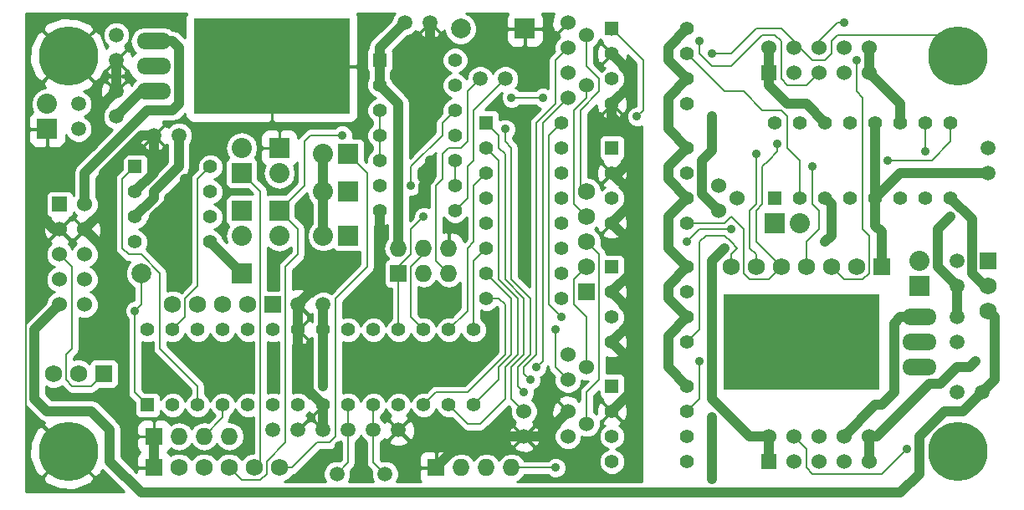
<source format=gtl>
%FSLAX36Y36*%
G04 Gerber Fmt 3.6, Leading zero omitted, Abs format (unit inch)*
G04 Created by KiCad (PCBNEW (2014-jul-16 BZR unknown)-product) date Thu 30 Oct 2014 09:58:48 AM PDT*
%MOIN*%
G01*
G04 APERTURE LIST*
%ADD10C,0.003937*%
%ADD11C,0.059100*%
%ADD12C,0.078700*%
%ADD13R,0.078700X0.078700*%
%ADD14C,0.236220*%
%ADD15R,0.068000X0.068000*%
%ADD16C,0.068000*%
%ADD17R,0.060000X0.060000*%
%ADD18C,0.060000*%
%ADD19O,0.068000X0.068000*%
%ADD20R,0.055000X0.055000*%
%ADD21C,0.055000*%
%ADD22O,0.137800X0.066900*%
%ADD23R,0.620000X0.380000*%
%ADD24R,0.080000X0.080000*%
%ADD25O,0.080000X0.080000*%
%ADD26C,0.035000*%
%ADD27C,0.040000*%
%ADD28C,0.008000*%
%ADD29C,0.010000*%
G04 APERTURE END LIST*
D10*
D11*
X4325000Y-4050000D03*
X4325000Y-4150000D03*
X4175000Y-4425000D03*
X4175000Y-4325000D03*
X4325000Y-4375000D03*
X4325000Y-4275000D03*
X4950000Y-5625000D03*
X5050000Y-5625000D03*
D12*
X4425000Y-5000000D03*
D13*
X4825000Y-5000000D03*
D14*
X4133858Y-4133858D03*
X7677165Y-4133858D03*
X4133858Y-5708661D03*
X7677165Y-5708661D03*
D15*
X7800000Y-4950000D03*
D16*
X7800000Y-5050000D03*
X7800000Y-5150000D03*
D15*
X4275000Y-5400000D03*
D16*
X4175000Y-5400000D03*
X4075000Y-5400000D03*
D17*
X4100000Y-4725000D03*
D18*
X4200000Y-4725000D03*
X4100000Y-4825000D03*
X4200000Y-4825000D03*
X4100000Y-4925000D03*
X4200000Y-4925000D03*
X4100000Y-5025000D03*
X4200000Y-5025000D03*
X4100000Y-5125000D03*
X4200000Y-5125000D03*
D15*
X5600000Y-5775000D03*
D19*
X5700000Y-5775000D03*
X5800000Y-5775000D03*
X5900000Y-5775000D03*
D13*
X5953000Y-4025000D03*
D12*
X5697000Y-4025000D03*
D20*
X6300000Y-4500000D03*
D21*
X6300000Y-4600000D03*
X6300000Y-4700000D03*
X6300000Y-4800000D03*
X6600000Y-4800000D03*
X6600000Y-4700000D03*
X6600000Y-4600000D03*
X6600000Y-4500000D03*
D20*
X6300000Y-4975000D03*
D21*
X6300000Y-5075000D03*
X6300000Y-5175000D03*
X6300000Y-5275000D03*
X6600000Y-5275000D03*
X6600000Y-5175000D03*
X6600000Y-5075000D03*
X6600000Y-4975000D03*
D20*
X6300000Y-5450000D03*
D21*
X6300000Y-5550000D03*
X6300000Y-5650000D03*
X6300000Y-5750000D03*
X6600000Y-5750000D03*
X6600000Y-5650000D03*
X6600000Y-5550000D03*
X6600000Y-5450000D03*
D20*
X5375000Y-4150000D03*
D21*
X5375000Y-4250000D03*
X5375000Y-4350000D03*
X5375000Y-4450000D03*
X5375000Y-4550000D03*
X5375000Y-4650000D03*
X5375000Y-4750000D03*
X5675000Y-4750000D03*
X5675000Y-4650000D03*
X5675000Y-4550000D03*
X5675000Y-4450000D03*
X5675000Y-4350000D03*
X5675000Y-4250000D03*
X5675000Y-4150000D03*
D11*
X5203900Y-5800000D03*
X5396100Y-5800000D03*
D18*
X5950000Y-5550000D03*
X5950000Y-5650000D03*
D11*
X7775000Y-5475000D03*
X7675000Y-5475000D03*
X7675000Y-5050000D03*
X7675000Y-4950000D03*
X7675000Y-5175000D03*
X7675000Y-5275000D03*
X7800000Y-4500000D03*
X7800000Y-4600000D03*
X5250000Y-5625000D03*
X5150000Y-5625000D03*
X5350000Y-5625000D03*
X5450000Y-5625000D03*
X5150000Y-5125000D03*
X5050000Y-5125000D03*
X5475000Y-4000000D03*
X5575000Y-4000000D03*
X5875000Y-4225000D03*
X5775000Y-4225000D03*
D17*
X6925000Y-5750000D03*
D18*
X6925000Y-5650000D03*
X7025000Y-5750000D03*
X7025000Y-5650000D03*
X7125000Y-5750000D03*
X7125000Y-5650000D03*
X7225000Y-5750000D03*
X7225000Y-5650000D03*
X7325000Y-5750000D03*
X7325000Y-5650000D03*
D17*
X6925000Y-4200000D03*
D18*
X6925000Y-4100000D03*
X7025000Y-4200000D03*
X7025000Y-4100000D03*
X7125000Y-4200000D03*
X7125000Y-4100000D03*
X7225000Y-4200000D03*
X7225000Y-4100000D03*
X7325000Y-4200000D03*
X7325000Y-4100000D03*
D15*
X4475000Y-5775000D03*
D16*
X4575000Y-5775000D03*
X4675000Y-5775000D03*
X4775000Y-5775000D03*
X4875000Y-5775000D03*
X4975000Y-5775000D03*
D15*
X5450000Y-5000000D03*
D19*
X5450000Y-4900000D03*
X5550000Y-5000000D03*
X5550000Y-4900000D03*
X5650000Y-5000000D03*
X5650000Y-4900000D03*
D15*
X4475000Y-5650000D03*
D19*
X4575000Y-5650000D03*
X4675000Y-5650000D03*
X4775000Y-5650000D03*
D15*
X7375000Y-4975000D03*
D16*
X7275000Y-4975000D03*
X7175000Y-4975000D03*
X7075000Y-4975000D03*
X6975000Y-4975000D03*
X6875000Y-4975000D03*
X6775000Y-4975000D03*
D15*
X6200000Y-5075000D03*
D16*
X6200000Y-4975000D03*
X6200000Y-4875000D03*
X6200000Y-4775000D03*
X6200000Y-4675000D03*
D20*
X5800000Y-4400000D03*
D21*
X5800000Y-4500000D03*
X5800000Y-4600000D03*
X5800000Y-4700000D03*
X5800000Y-4800000D03*
X5800000Y-4900000D03*
X5800000Y-5000000D03*
X5800000Y-5100000D03*
X6100000Y-5100000D03*
X6100000Y-5000000D03*
X6100000Y-4900000D03*
X6100000Y-4800000D03*
X6100000Y-4700000D03*
X6100000Y-4600000D03*
X6100000Y-4500000D03*
X6100000Y-4400000D03*
D15*
X4950000Y-5125000D03*
D16*
X4850000Y-5125000D03*
X4750000Y-5125000D03*
X4650000Y-5125000D03*
X4550000Y-5125000D03*
D20*
X6300000Y-4025000D03*
D21*
X6300000Y-4125000D03*
X6300000Y-4225000D03*
X6300000Y-4325000D03*
X6600000Y-4325000D03*
X6600000Y-4225000D03*
X6600000Y-4125000D03*
X6600000Y-4025000D03*
D22*
X7525000Y-5275000D03*
X7525000Y-5375000D03*
X7525000Y-5175000D03*
D23*
X7055000Y-5275000D03*
D20*
X6950000Y-4700000D03*
D21*
X7050000Y-4700000D03*
X7150000Y-4700000D03*
X7250000Y-4700000D03*
X7350000Y-4700000D03*
X7450000Y-4700000D03*
X7550000Y-4700000D03*
X7650000Y-4700000D03*
X7650000Y-4400000D03*
X7550000Y-4400000D03*
X7450000Y-4400000D03*
X7350000Y-4400000D03*
X7250000Y-4400000D03*
X7150000Y-4400000D03*
X7050000Y-4400000D03*
X6950000Y-4400000D03*
D22*
X4475000Y-4175000D03*
X4475000Y-4075000D03*
X4475000Y-4275000D03*
D23*
X4945000Y-4175000D03*
D20*
X4400000Y-4575000D03*
D21*
X4400000Y-4675000D03*
X4400000Y-4775000D03*
X4400000Y-4875000D03*
X4700000Y-4875000D03*
X4700000Y-4775000D03*
X4700000Y-4675000D03*
X4700000Y-4575000D03*
X4550000Y-5525000D03*
X4650000Y-5525000D03*
X4750000Y-5525000D03*
X4850000Y-5525000D03*
X4950000Y-5525000D03*
X5050000Y-5525000D03*
X5150000Y-5525000D03*
X5250000Y-5525000D03*
X5350000Y-5525000D03*
X5450000Y-5525000D03*
X5550000Y-5525000D03*
X5650000Y-5525000D03*
X5750000Y-5525000D03*
D20*
X4450000Y-5525000D03*
D21*
X5750000Y-5225000D03*
X5650000Y-5225000D03*
X5550000Y-5225000D03*
X5450000Y-5225000D03*
X5350000Y-5225000D03*
X5250000Y-5225000D03*
X5150000Y-5225000D03*
X5050000Y-5225000D03*
X4950000Y-5225000D03*
X4850000Y-5225000D03*
X4750000Y-5225000D03*
X4650000Y-5225000D03*
X4550000Y-5225000D03*
X4450000Y-5225000D03*
D24*
X5250000Y-4850000D03*
D25*
X5150000Y-4850000D03*
D24*
X5250000Y-4675000D03*
D25*
X5150000Y-4675000D03*
D24*
X5250000Y-4525000D03*
D25*
X5150000Y-4525000D03*
D24*
X4050000Y-4425000D03*
D25*
X4050000Y-4325000D03*
D24*
X4975000Y-4750000D03*
D25*
X4975000Y-4850000D03*
D24*
X4975000Y-4500000D03*
D25*
X4975000Y-4600000D03*
D24*
X4825000Y-4600000D03*
D25*
X4825000Y-4500000D03*
D24*
X4825000Y-4750000D03*
D25*
X4825000Y-4850000D03*
D24*
X6950000Y-4800000D03*
D25*
X7050000Y-4800000D03*
D24*
X7525000Y-5050000D03*
D25*
X7525000Y-4950000D03*
D11*
X4575000Y-4450000D03*
X4475000Y-4450000D03*
D18*
X6125000Y-4000000D03*
X6200000Y-4050000D03*
X6125000Y-4100000D03*
X6125000Y-4200000D03*
X6200000Y-4250000D03*
X6125000Y-4300000D03*
X6125000Y-5550000D03*
X6200000Y-5600000D03*
X6125000Y-5650000D03*
X6125000Y-5325000D03*
X6200000Y-5375000D03*
X6125000Y-5425000D03*
X6725000Y-4650000D03*
X6800000Y-4700000D03*
X6725000Y-4750000D03*
D26*
X5950000Y-4450000D03*
X5825000Y-5275000D03*
X5825000Y-5175000D03*
X5575000Y-4550000D03*
X5575000Y-4275000D03*
X5575000Y-4425000D03*
X5550000Y-4700000D03*
X5650000Y-5100000D03*
X5550000Y-5100000D03*
X5400000Y-5100000D03*
X5375000Y-4850000D03*
X6700000Y-4125000D03*
X7475000Y-5700000D03*
X5275000Y-4950000D03*
X5775000Y-5650000D03*
X5300000Y-5700000D03*
X5212500Y-5687500D03*
X4825000Y-5725000D03*
X4800000Y-5575000D03*
X4699042Y-5424042D03*
X4650000Y-5375000D03*
X4575000Y-5450000D03*
X5050000Y-5425000D03*
X4950000Y-5425000D03*
X4524042Y-4725958D03*
X4475000Y-4875000D03*
X4600000Y-4800000D03*
X4600000Y-4625000D03*
X4325000Y-5250000D03*
X4275000Y-4875000D03*
X4950000Y-4975000D03*
X4280000Y-4975000D03*
X7650000Y-4775000D03*
X4400000Y-5150000D03*
X7150000Y-4875000D03*
X6750000Y-4900000D03*
X6700000Y-5575000D03*
X6700000Y-5820000D03*
X6700000Y-4375000D03*
X7750000Y-5350000D03*
X6650000Y-4075000D03*
X7225000Y-4000000D03*
X5225000Y-4450000D03*
X5550000Y-4775000D03*
X6100000Y-5175000D03*
X6075000Y-5225000D03*
X6000000Y-5375000D03*
X5975000Y-5425000D03*
X6650000Y-5350000D03*
X6775000Y-4825000D03*
X6600000Y-4875000D03*
X7275000Y-4150000D03*
X7100000Y-4575000D03*
X7550000Y-4515000D03*
X6960000Y-4485000D03*
X7400000Y-4550000D03*
X6875000Y-4525000D03*
X5500000Y-4650000D03*
X6400000Y-4375000D03*
X5875000Y-4425000D03*
X5950000Y-5475000D03*
X6025000Y-4300000D03*
X5900000Y-4300000D03*
X6075000Y-5775000D03*
X5150000Y-5450000D03*
D27*
X5825000Y-5175000D02*
X5825000Y-5275000D01*
X5575000Y-4550000D02*
X5575000Y-4625000D01*
X5575000Y-4425000D02*
X5575000Y-4275000D01*
X5575000Y-4000000D02*
X5575000Y-4275000D01*
X5550000Y-4650000D02*
X5550000Y-4700000D01*
X5575000Y-4625000D02*
X5550000Y-4650000D01*
X5550000Y-5100000D02*
X5650000Y-5100000D01*
X5375000Y-4850000D02*
X5375000Y-5075000D01*
X5375000Y-5075000D02*
X5400000Y-5100000D01*
X5375000Y-4750000D02*
X5375000Y-4850000D01*
X4325000Y-4275000D02*
X4325000Y-4150000D01*
D28*
X7025000Y-4100000D02*
X7050000Y-4100000D01*
X7050000Y-4100000D02*
X7100000Y-4150000D01*
X7593307Y-4050000D02*
X7677165Y-4133858D01*
X7200000Y-4050000D02*
X7593307Y-4050000D01*
X7175000Y-4075000D02*
X7200000Y-4050000D01*
X7175000Y-4125000D02*
X7175000Y-4075000D01*
X7150000Y-4150000D02*
X7175000Y-4125000D01*
X7100000Y-4150000D02*
X7150000Y-4150000D01*
X7025000Y-4100000D02*
X7025000Y-4075000D01*
X7025000Y-4075000D02*
X6975000Y-4025000D01*
X6975000Y-4025000D02*
X6875000Y-4025000D01*
X6775000Y-4125000D02*
X6700000Y-4125000D01*
X6875000Y-4025000D02*
X6775000Y-4125000D01*
X7075000Y-5700000D02*
X7025000Y-5650000D01*
X7075000Y-5775000D02*
X7075000Y-5700000D01*
X7100000Y-5800000D02*
X7075000Y-5775000D01*
X7375000Y-5800000D02*
X7100000Y-5800000D01*
X7475000Y-5700000D02*
X7375000Y-5800000D01*
D27*
X5050000Y-5125000D02*
X5050000Y-5225000D01*
X5150000Y-5625000D02*
X5150000Y-5525000D01*
X4475000Y-5775000D02*
X4475000Y-5650000D01*
D28*
X3965000Y-5539803D02*
X3965000Y-4960000D01*
X3965000Y-4960000D02*
X4100000Y-4825000D01*
X4133858Y-5708661D02*
X3965000Y-5539803D01*
D27*
X6375000Y-4250000D02*
X6375000Y-4200000D01*
X6375000Y-4200000D02*
X6300000Y-4125000D01*
X6300000Y-4325000D02*
X6375000Y-4250000D01*
X6375000Y-4675000D02*
X6375000Y-4725000D01*
X6375000Y-4725000D02*
X6300000Y-4800000D01*
X6300000Y-4600000D02*
X6375000Y-4675000D01*
X6375000Y-4875000D02*
X6375000Y-5000000D01*
X6375000Y-5000000D02*
X6300000Y-5075000D01*
X6300000Y-4800000D02*
X6375000Y-4875000D01*
X6375000Y-5150000D02*
X6375000Y-5200000D01*
X6375000Y-5200000D02*
X6300000Y-5275000D01*
X6300000Y-5075000D02*
X6375000Y-5150000D01*
X6375000Y-5350000D02*
X6375000Y-5475000D01*
X6375000Y-5475000D02*
X6300000Y-5550000D01*
X6300000Y-5275000D02*
X6375000Y-5350000D01*
X6375000Y-4550000D02*
X6375000Y-4450000D01*
X6375000Y-4450000D02*
X6300000Y-4375000D01*
X6300000Y-4375000D02*
X6300000Y-4325000D01*
X6325000Y-4600000D02*
X6375000Y-4550000D01*
X6300000Y-4600000D02*
X6325000Y-4600000D01*
X4075000Y-4825000D02*
X4100000Y-4825000D01*
X4250000Y-4350000D02*
X4250000Y-4450000D01*
X4250000Y-4450000D02*
X4025000Y-4675000D01*
X4025000Y-4675000D02*
X4025000Y-4775000D01*
X4025000Y-4775000D02*
X4075000Y-4825000D01*
X4325000Y-4275000D02*
X4250000Y-4350000D01*
X4275000Y-4750000D02*
X4275000Y-4600000D01*
X4275000Y-4600000D02*
X4425000Y-4450000D01*
X4425000Y-4450000D02*
X4475000Y-4450000D01*
X4200000Y-4825000D02*
X4275000Y-4750000D01*
X4475000Y-4600000D02*
X4475000Y-4450000D01*
X4400000Y-4675000D02*
X4475000Y-4600000D01*
X5775000Y-5650000D02*
X5950000Y-5650000D01*
X5725000Y-5650000D02*
X5775000Y-5650000D01*
X5600000Y-5775000D02*
X5725000Y-5650000D01*
X6025000Y-5650000D02*
X5950000Y-5650000D01*
X6125000Y-5550000D02*
X6025000Y-5650000D01*
X5225000Y-4950000D02*
X5275000Y-4950000D01*
X5050000Y-5125000D02*
X5225000Y-4950000D01*
X5050000Y-5425000D02*
X5050000Y-5225000D01*
X5150000Y-5525000D02*
X5050000Y-5425000D01*
D28*
X4850000Y-5625000D02*
X4850000Y-5700000D01*
X4850000Y-5700000D02*
X4825000Y-5725000D01*
X4800000Y-5575000D02*
X4850000Y-5625000D01*
D27*
X4699042Y-5424042D02*
X4650000Y-5375000D01*
X4524042Y-4725958D02*
X4475000Y-4775000D01*
X4475000Y-4775000D02*
X4475000Y-4875000D01*
X4598083Y-4800000D02*
X4600000Y-4800000D01*
X4524042Y-4725958D02*
X4598083Y-4800000D01*
X4600000Y-4650000D02*
X4600000Y-4625000D01*
X4524042Y-4725958D02*
X4600000Y-4650000D01*
X4280000Y-5205000D02*
X4325000Y-5250000D01*
X4275000Y-4875000D02*
X4280000Y-4880000D01*
X4250000Y-4875000D02*
X4275000Y-4875000D01*
X4200000Y-4825000D02*
X4250000Y-4875000D01*
X4280000Y-4880000D02*
X4280000Y-4975000D01*
X4280000Y-4975000D02*
X4280000Y-5205000D01*
D28*
X5250000Y-5753900D02*
X5250000Y-5625000D01*
X5203900Y-5800000D02*
X5250000Y-5753900D01*
X5250000Y-5625000D02*
X5250000Y-5525000D01*
X5350000Y-5753900D02*
X5350000Y-5625000D01*
X5396100Y-5800000D02*
X5350000Y-5753900D01*
X5350000Y-5625000D02*
X5350000Y-5525000D01*
X5900000Y-5500000D02*
X5900000Y-5375000D01*
X5950000Y-5550000D02*
X5900000Y-5500000D01*
X5950000Y-5325000D02*
X5950000Y-5100000D01*
X5900000Y-5375000D02*
X5950000Y-5325000D01*
X5850000Y-4450000D02*
X5850000Y-4500000D01*
X5850000Y-4500000D02*
X5875000Y-4525000D01*
X5875000Y-4525000D02*
X5875000Y-5025000D01*
X5875000Y-5025000D02*
X5950000Y-5100000D01*
X5800000Y-4400000D02*
X5850000Y-4450000D01*
D27*
X7800000Y-5150000D02*
X7825000Y-5175000D01*
X7825000Y-5425000D02*
X7775000Y-5475000D01*
X7825000Y-5175000D02*
X7825000Y-5425000D01*
X7525000Y-5650000D02*
X7625000Y-5550000D01*
X7625000Y-5550000D02*
X7700000Y-5550000D01*
X7700000Y-5550000D02*
X7775000Y-5475000D01*
X4000000Y-5500000D02*
X4000000Y-5225000D01*
X4300000Y-5625000D02*
X4300000Y-5750000D01*
X4300000Y-5750000D02*
X4425000Y-5875000D01*
X4225000Y-5550000D02*
X4300000Y-5625000D01*
X4050000Y-5550000D02*
X4225000Y-5550000D01*
X4000000Y-5500000D02*
X4050000Y-5550000D01*
X7525000Y-5650000D02*
X7525000Y-5800000D01*
X7450000Y-5875000D02*
X7525000Y-5800000D01*
X4425000Y-5875000D02*
X7450000Y-5875000D01*
X4100000Y-5125000D02*
X4000000Y-5225000D01*
X7350000Y-4700000D02*
X7450000Y-4600000D01*
X7450000Y-4600000D02*
X7800000Y-4600000D01*
X7350000Y-4700000D02*
X7350000Y-4810000D01*
X7375000Y-4835000D02*
X7375000Y-4975000D01*
X7350000Y-4810000D02*
X7375000Y-4835000D01*
X7350000Y-4700000D02*
X7350000Y-4400000D01*
X7675000Y-5050000D02*
X7675000Y-5175000D01*
X7675000Y-5050000D02*
X7612500Y-4987500D01*
X7612500Y-4987500D02*
X7612500Y-4987500D01*
X7612500Y-4987500D02*
X7600000Y-4975000D01*
X7600000Y-4825000D02*
X7600000Y-4975000D01*
X7650000Y-4775000D02*
X7600000Y-4825000D01*
X6600000Y-4500000D02*
X6525000Y-4425000D01*
X6525000Y-4300000D02*
X6600000Y-4225000D01*
X6525000Y-4425000D02*
X6525000Y-4300000D01*
X6600000Y-4225000D02*
X6525000Y-4150000D01*
X6525000Y-4150000D02*
X6525000Y-4100000D01*
X6525000Y-4100000D02*
X6600000Y-4025000D01*
X6600000Y-4700000D02*
X6525000Y-4625000D01*
X6525000Y-4575000D02*
X6600000Y-4500000D01*
X6525000Y-4625000D02*
X6525000Y-4575000D01*
X6600000Y-4975000D02*
X6525000Y-4900000D01*
X6525000Y-4775000D02*
X6600000Y-4700000D01*
X6525000Y-4900000D02*
X6525000Y-4775000D01*
X6600000Y-5175000D02*
X6525000Y-5100000D01*
X6525000Y-5050000D02*
X6600000Y-4975000D01*
X6525000Y-5100000D02*
X6525000Y-5050000D01*
X6600000Y-5450000D02*
X6525000Y-5375000D01*
X6525000Y-5250000D02*
X6600000Y-5175000D01*
X6525000Y-5375000D02*
X6525000Y-5250000D01*
X7225000Y-5650000D02*
X7350000Y-5525000D01*
X7450000Y-5175000D02*
X7525000Y-5175000D01*
X7425000Y-5200000D02*
X7450000Y-5175000D01*
X7425000Y-5475000D02*
X7425000Y-5200000D01*
X7375000Y-5525000D02*
X7425000Y-5475000D01*
X7350000Y-5525000D02*
X7375000Y-5525000D01*
X4200000Y-4725000D02*
X4200000Y-4600000D01*
X4550000Y-4075000D02*
X4475000Y-4075000D01*
X4575000Y-4100000D02*
X4550000Y-4075000D01*
X4575000Y-4325000D02*
X4575000Y-4100000D01*
X4550000Y-4350000D02*
X4575000Y-4325000D01*
X4450000Y-4350000D02*
X4550000Y-4350000D01*
X4200000Y-4600000D02*
X4450000Y-4350000D01*
D28*
X5675000Y-4750000D02*
X5725000Y-4700000D01*
X5725000Y-4700000D02*
X5725000Y-4575000D01*
X5725000Y-4575000D02*
X5750000Y-4550000D01*
X5750000Y-4550000D02*
X5750000Y-4350000D01*
X5750000Y-4350000D02*
X5875000Y-4225000D01*
X5650000Y-5000000D02*
X5600000Y-4950000D01*
X5725000Y-4275000D02*
X5775000Y-4225000D01*
X5725000Y-4475000D02*
X5725000Y-4275000D01*
X5700000Y-4500000D02*
X5725000Y-4475000D01*
X5650000Y-4500000D02*
X5700000Y-4500000D01*
X5625000Y-4525000D02*
X5650000Y-4500000D01*
X5625000Y-4625000D02*
X5625000Y-4525000D01*
X5600000Y-4650000D02*
X5625000Y-4625000D01*
X5600000Y-4950000D02*
X5600000Y-4650000D01*
X4400000Y-5475000D02*
X4400000Y-5150000D01*
X4450000Y-5525000D02*
X4400000Y-5475000D01*
X4425000Y-5125000D02*
X4400000Y-5150000D01*
X4425000Y-5000000D02*
X4425000Y-5125000D01*
X4150000Y-4975000D02*
X4150000Y-5300000D01*
X4150000Y-5300000D02*
X4125000Y-5325000D01*
X4125000Y-5325000D02*
X4125000Y-5425000D01*
X4125000Y-5425000D02*
X4150000Y-5450000D01*
X4150000Y-5450000D02*
X4225000Y-5450000D01*
X4225000Y-5450000D02*
X4275000Y-5400000D01*
X4100000Y-4925000D02*
X4150000Y-4975000D01*
D27*
X6700000Y-5500000D02*
X6700000Y-4950000D01*
X6925000Y-5650000D02*
X6850000Y-5650000D01*
X6850000Y-5650000D02*
X6700000Y-5500000D01*
X6925000Y-5750000D02*
X6925000Y-5650000D01*
X7175000Y-4725000D02*
X7175000Y-4850000D01*
X7175000Y-4850000D02*
X7150000Y-4875000D01*
X7150000Y-4700000D02*
X7175000Y-4725000D01*
X6750000Y-4900000D02*
X6700000Y-4950000D01*
D28*
X6200000Y-5175000D02*
X6200000Y-5375000D01*
X6150000Y-5025000D02*
X6150000Y-5125000D01*
X6150000Y-5125000D02*
X6200000Y-5175000D01*
X6200000Y-4975000D02*
X6150000Y-5025000D01*
X6250000Y-4925000D02*
X6250000Y-5425000D01*
X6250000Y-5425000D02*
X6200000Y-5475000D01*
X6200000Y-5475000D02*
X6200000Y-5600000D01*
X6200000Y-4875000D02*
X6250000Y-4925000D01*
D27*
X6700000Y-5820000D02*
X6700000Y-5575000D01*
X6700000Y-4375000D02*
X6700000Y-4510000D01*
X6725000Y-4750000D02*
X6660000Y-4685000D01*
X6660000Y-4685000D02*
X6660000Y-4550000D01*
X6660000Y-4550000D02*
X6700000Y-4510000D01*
X7690000Y-5375000D02*
X7725000Y-5375000D01*
X7725000Y-5375000D02*
X7750000Y-5350000D01*
X7565000Y-5440000D02*
X7610000Y-5440000D01*
X7675000Y-5375000D02*
X7690000Y-5375000D01*
X7610000Y-5440000D02*
X7675000Y-5375000D01*
X7325000Y-5650000D02*
X7355000Y-5650000D01*
X7355000Y-5650000D02*
X7565000Y-5440000D01*
X7325000Y-5750000D02*
X7325000Y-5650000D01*
X7325000Y-4200000D02*
X7450000Y-4325000D01*
X7450000Y-4325000D02*
X7450000Y-4400000D01*
X7325000Y-4100000D02*
X7325000Y-4200000D01*
D28*
X7125000Y-4200000D02*
X7075000Y-4250000D01*
X6650000Y-4125000D02*
X6650000Y-4075000D01*
X6700000Y-4175000D02*
X6650000Y-4125000D01*
X6775000Y-4175000D02*
X6700000Y-4175000D01*
X6900000Y-4050000D02*
X6775000Y-4175000D01*
X6950000Y-4050000D02*
X6900000Y-4050000D01*
X6975000Y-4075000D02*
X6950000Y-4050000D01*
X6975000Y-4225000D02*
X6975000Y-4075000D01*
X7000000Y-4250000D02*
X6975000Y-4225000D01*
X7075000Y-4250000D02*
X7000000Y-4250000D01*
X6150000Y-4725000D02*
X6150000Y-4350000D01*
X6150000Y-4350000D02*
X6200000Y-4300000D01*
X6200000Y-4300000D02*
X6200000Y-4250000D01*
X6200000Y-4775000D02*
X6150000Y-4725000D01*
X7125000Y-4100000D02*
X7125000Y-4075000D01*
X7125000Y-4075000D02*
X7200000Y-4000000D01*
X7200000Y-4000000D02*
X7225000Y-4000000D01*
X6250000Y-4275000D02*
X6250000Y-4225000D01*
X6250000Y-4225000D02*
X6200000Y-4175000D01*
X6200000Y-4175000D02*
X6200000Y-4050000D01*
X6175000Y-4650000D02*
X6175000Y-4350000D01*
X6175000Y-4350000D02*
X6250000Y-4275000D01*
X6200000Y-4675000D02*
X6175000Y-4650000D01*
D27*
X6925000Y-4200000D02*
X6925000Y-4250000D01*
X6925000Y-4200000D02*
X6925000Y-4225000D01*
X6925000Y-4250000D02*
X7000000Y-4325000D01*
X7000000Y-4325000D02*
X7075000Y-4325000D01*
X7075000Y-4325000D02*
X7150000Y-4400000D01*
X6925000Y-4100000D02*
X6925000Y-4200000D01*
D28*
X5000000Y-5675000D02*
X5000000Y-4975000D01*
X5050000Y-4825000D02*
X5050000Y-4925000D01*
X5050000Y-4925000D02*
X5000000Y-4975000D01*
X4975000Y-4750000D02*
X5050000Y-4825000D01*
X5100000Y-4450000D02*
X5225000Y-4450000D01*
X5075000Y-4475000D02*
X5100000Y-4450000D01*
X5075000Y-4650000D02*
X5075000Y-4475000D01*
X4975000Y-4750000D02*
X5075000Y-4650000D01*
X4825000Y-5825000D02*
X4900000Y-5825000D01*
X4900000Y-5825000D02*
X4925000Y-5800000D01*
X4925000Y-5800000D02*
X4925000Y-5750000D01*
X4925000Y-5750000D02*
X5000000Y-5675000D01*
X4775000Y-5775000D02*
X4825000Y-5825000D01*
X4875000Y-5775000D02*
X4900000Y-5750000D01*
X4900000Y-4675000D02*
X4900000Y-5750000D01*
X4825000Y-4600000D02*
X4900000Y-4675000D01*
X5250000Y-4525000D02*
X5325000Y-4600000D01*
X5325000Y-4600000D02*
X5325000Y-4975000D01*
X5675000Y-4650000D02*
X5675000Y-4550000D01*
X5325000Y-4975000D02*
X5200000Y-5100000D01*
X4975000Y-5775000D02*
X5025000Y-5775000D01*
X5200000Y-5650000D02*
X5200000Y-5100000D01*
X5175000Y-5675000D02*
X5200000Y-5650000D01*
X5125000Y-5675000D02*
X5175000Y-5675000D01*
X5025000Y-5775000D02*
X5125000Y-5675000D01*
X5500000Y-4825000D02*
X5500000Y-4850000D01*
X5550000Y-4775000D02*
X5500000Y-4825000D01*
X5500000Y-4925000D02*
X5450000Y-4975000D01*
X5450000Y-4975000D02*
X5450000Y-5000000D01*
X5450000Y-5225000D02*
X5450000Y-5000000D01*
X5500000Y-4850000D02*
X5500000Y-4925000D01*
X6050000Y-4450000D02*
X6100000Y-4400000D01*
X6050000Y-5125000D02*
X6050000Y-4450000D01*
X6100000Y-5175000D02*
X6050000Y-5125000D01*
X5550000Y-5225000D02*
X5500000Y-5175000D01*
X5500000Y-4975000D02*
X5550000Y-4925000D01*
X5500000Y-5175000D02*
X5500000Y-4975000D01*
X5550000Y-4925000D02*
X5550000Y-4900000D01*
X4750000Y-5575000D02*
X4750000Y-5525000D01*
X4675000Y-5650000D02*
X4750000Y-5575000D01*
X6075000Y-5375000D02*
X6075000Y-5225000D01*
X6125000Y-5425000D02*
X6075000Y-5375000D01*
X6125000Y-4300000D02*
X6025000Y-4400000D01*
X6025000Y-5350000D02*
X6025000Y-4400000D01*
X6000000Y-5375000D02*
X6025000Y-5350000D01*
X5950000Y-5400000D02*
X5975000Y-5425000D01*
X5950000Y-5375000D02*
X5950000Y-5400000D01*
X6075000Y-4325000D02*
X6000000Y-4400000D01*
X6075000Y-4150000D02*
X6075000Y-4325000D01*
X6125000Y-4100000D02*
X6075000Y-4150000D01*
X6000000Y-5325000D02*
X6000000Y-4400000D01*
X5950000Y-5375000D02*
X6000000Y-5325000D01*
X6600000Y-5550000D02*
X6650000Y-5500000D01*
X6650000Y-5500000D02*
X6650000Y-5350000D01*
X6650000Y-4825000D02*
X6775000Y-4825000D01*
X6600000Y-4875000D02*
X6650000Y-4825000D01*
X6975000Y-4350000D02*
X6900000Y-4350000D01*
X6900000Y-4350000D02*
X6825000Y-4275000D01*
X7050000Y-4700000D02*
X7050000Y-4550000D01*
X6750000Y-4275000D02*
X6600000Y-4125000D01*
X6825000Y-4275000D02*
X6750000Y-4275000D01*
X7000000Y-4375000D02*
X6975000Y-4350000D01*
X7000000Y-4500000D02*
X7000000Y-4375000D01*
X7050000Y-4550000D02*
X7000000Y-4500000D01*
X7300000Y-4825000D02*
X7300000Y-4300000D01*
X7275000Y-4275000D02*
X7275000Y-4150000D01*
X7300000Y-4300000D02*
X7275000Y-4275000D01*
X7175000Y-4975000D02*
X7225000Y-5025000D01*
X7225000Y-5025000D02*
X7300000Y-5025000D01*
X7300000Y-5025000D02*
X7325000Y-5000000D01*
X7325000Y-5000000D02*
X7325000Y-4900000D01*
X7325000Y-4900000D02*
X7325000Y-4850000D01*
X7325000Y-4850000D02*
X7300000Y-4825000D01*
X7075000Y-4975000D02*
X7075000Y-4875000D01*
X7100000Y-4725000D02*
X7100000Y-4575000D01*
X7125000Y-4750000D02*
X7125000Y-4825000D01*
X7125000Y-4825000D02*
X7075000Y-4875000D01*
X7100000Y-4725000D02*
X7125000Y-4750000D01*
X6925000Y-4550000D02*
X6960000Y-4515000D01*
X7550000Y-4515000D02*
X7550000Y-4400000D01*
X6960000Y-4515000D02*
X6960000Y-4485000D01*
X6975000Y-4975000D02*
X6875000Y-4875000D01*
X6900000Y-4575000D02*
X6925000Y-4550000D01*
X6900000Y-4725000D02*
X6900000Y-4575000D01*
X6875000Y-4750000D02*
X6900000Y-4725000D01*
X6875000Y-4875000D02*
X6875000Y-4750000D01*
X6825000Y-5000000D02*
X6825000Y-4825000D01*
X6825000Y-4825000D02*
X6775000Y-4775000D01*
X6925000Y-5025000D02*
X6975000Y-4975000D01*
X6850000Y-5025000D02*
X6925000Y-5025000D01*
X6825000Y-5000000D02*
X6850000Y-5025000D01*
X6750000Y-4800000D02*
X6600000Y-4800000D01*
X6775000Y-4775000D02*
X6750000Y-4800000D01*
X7650000Y-4400000D02*
X7650000Y-4475000D01*
X7575000Y-4550000D02*
X7400000Y-4550000D01*
X7650000Y-4475000D02*
X7575000Y-4550000D01*
X6875000Y-4975000D02*
X6875000Y-4925000D01*
X6875000Y-4725000D02*
X6875000Y-4525000D01*
X6850000Y-4750000D02*
X6875000Y-4725000D01*
X6850000Y-4900000D02*
X6850000Y-4750000D01*
X6875000Y-4925000D02*
X6850000Y-4900000D01*
X6800000Y-4900000D02*
X6775000Y-4875000D01*
X6775000Y-4875000D02*
X6750000Y-4850000D01*
X6775000Y-4975000D02*
X6775000Y-4925000D01*
X6775000Y-4925000D02*
X6800000Y-4900000D01*
X6750000Y-4850000D02*
X6675000Y-4850000D01*
X6675000Y-4850000D02*
X6650000Y-4875000D01*
X6650000Y-4875000D02*
X6650000Y-5225000D01*
X6650000Y-5225000D02*
X6600000Y-5275000D01*
X4650000Y-5450000D02*
X4500000Y-5300000D01*
X4500000Y-5300000D02*
X4500000Y-5000000D01*
X4500000Y-5000000D02*
X4425000Y-4925000D01*
X4425000Y-4925000D02*
X4375000Y-4925000D01*
X4375000Y-4925000D02*
X4350000Y-4900000D01*
X4350000Y-4900000D02*
X4350000Y-4625000D01*
X4350000Y-4625000D02*
X4400000Y-4575000D01*
X4650000Y-5525000D02*
X4650000Y-5450000D01*
X5675000Y-4350000D02*
X5625000Y-4400000D01*
X5625000Y-4400000D02*
X5625000Y-4450000D01*
X5500000Y-4650000D02*
X5500000Y-4575000D01*
X5500000Y-4575000D02*
X5625000Y-4450000D01*
X5725000Y-5600000D02*
X5775000Y-5600000D01*
X5650000Y-5525000D02*
X5725000Y-5600000D01*
X5875000Y-5500000D02*
X5875000Y-5375000D01*
X5875000Y-5375000D02*
X5925000Y-5325000D01*
X5925000Y-5325000D02*
X5925000Y-5100000D01*
X5775000Y-5600000D02*
X5875000Y-5500000D01*
X5850000Y-4550000D02*
X5850000Y-5025000D01*
X5850000Y-5025000D02*
X5925000Y-5100000D01*
X5800000Y-4500000D02*
X5850000Y-4550000D01*
X5725000Y-5150000D02*
X5725000Y-4900000D01*
X5650000Y-5225000D02*
X5725000Y-5150000D01*
X5750000Y-4650000D02*
X5750000Y-4875000D01*
X5750000Y-4875000D02*
X5725000Y-4900000D01*
X5800000Y-4600000D02*
X5750000Y-4650000D01*
X5750000Y-4950000D02*
X5800000Y-4900000D01*
X5750000Y-5225000D02*
X5750000Y-4950000D01*
X5850000Y-5425000D02*
X5850000Y-5375000D01*
X5850000Y-5375000D02*
X5900000Y-5325000D01*
X5900000Y-5325000D02*
X5900000Y-5100000D01*
X5900000Y-5100000D02*
X5800000Y-5000000D01*
X5750000Y-5525000D02*
X5850000Y-5425000D01*
X5550000Y-5525000D02*
X5600000Y-5475000D01*
X5875000Y-5325000D02*
X5725000Y-5475000D01*
X5725000Y-5475000D02*
X5600000Y-5475000D01*
X5850000Y-5100000D02*
X5875000Y-5125000D01*
X5875000Y-5125000D02*
X5875000Y-5325000D01*
X5800000Y-5100000D02*
X5850000Y-5100000D01*
X6300000Y-4025000D02*
X6300000Y-4050000D01*
X6300000Y-4025000D02*
X6425000Y-4150000D01*
X6400000Y-4375000D02*
X6425000Y-4350000D01*
X6425000Y-4350000D02*
X6425000Y-4150000D01*
X5375000Y-4450000D02*
X5375000Y-4550000D01*
X5375000Y-4350000D02*
X5375000Y-4450000D01*
X5950000Y-5475000D02*
X5925000Y-5450000D01*
X5925000Y-5450000D02*
X5925000Y-5375000D01*
X5975000Y-5325000D02*
X5975000Y-5100000D01*
X5925000Y-5375000D02*
X5975000Y-5325000D01*
X5875000Y-4475000D02*
X5900000Y-4500000D01*
X5900000Y-4500000D02*
X5900000Y-5025000D01*
X5900000Y-5025000D02*
X5975000Y-5100000D01*
X5875000Y-4425000D02*
X5875000Y-4475000D01*
X4600000Y-5175000D02*
X4600000Y-5100000D01*
X4550000Y-5225000D02*
X4600000Y-5175000D01*
X4650000Y-4625000D02*
X4650000Y-5050000D01*
X4650000Y-5050000D02*
X4600000Y-5100000D01*
X4700000Y-4575000D02*
X4650000Y-4625000D01*
D27*
X7800000Y-5050000D02*
X7785000Y-5050000D01*
X7785000Y-5050000D02*
X7735000Y-5000000D01*
X7735000Y-5000000D02*
X7735000Y-4785000D01*
X7735000Y-4785000D02*
X7650000Y-4700000D01*
X5150000Y-4675000D02*
X5150000Y-4525000D01*
X5150000Y-4850000D02*
X5150000Y-4675000D01*
X5450000Y-4900000D02*
X5450000Y-4325000D01*
X5450000Y-4325000D02*
X5375000Y-4250000D01*
D28*
X5900000Y-4300000D02*
X6025000Y-4300000D01*
D27*
X5475000Y-4000000D02*
X5462500Y-4012500D01*
X5462500Y-4012500D02*
X5462500Y-4012500D01*
X5462500Y-4012500D02*
X5437500Y-4037500D01*
X5437500Y-4037500D02*
X5437500Y-4037500D01*
X5437500Y-4037500D02*
X5412500Y-4062500D01*
X5412500Y-4062500D02*
X5412500Y-4062500D01*
X5412500Y-4062500D02*
X5375000Y-4100000D01*
X5375000Y-4100000D02*
X5375000Y-4150000D01*
X5375000Y-4250000D02*
X5375000Y-4150000D01*
X5150000Y-5125000D02*
X5150000Y-5225000D01*
X4425000Y-4275000D02*
X4475000Y-4275000D01*
X4325000Y-4375000D02*
X4425000Y-4275000D01*
X4700000Y-4875000D02*
X4825000Y-5000000D01*
D28*
X6075000Y-5775000D02*
X5900000Y-5775000D01*
D27*
X5150000Y-5225000D02*
X5150000Y-5450000D01*
X4475000Y-4675000D02*
X4475000Y-4700000D01*
X4475000Y-4700000D02*
X4400000Y-4775000D01*
X4575000Y-4450000D02*
X4575000Y-4550000D01*
X4575000Y-4550000D02*
X4575000Y-4575000D01*
X4575000Y-4575000D02*
X4475000Y-4675000D01*
D29*
G36*
X4356360Y-5870000D02*
X4237348Y-5870000D01*
X4237348Y-5813565D01*
X4133858Y-5710076D01*
X4132444Y-5711490D01*
X4132444Y-5708661D01*
X4028954Y-5605172D01*
X4006978Y-5617713D01*
X3981831Y-5673191D01*
X3979830Y-5734070D01*
X4001278Y-5791080D01*
X4006978Y-5799610D01*
X4028954Y-5812151D01*
X4132444Y-5708661D01*
X4132444Y-5711490D01*
X4030369Y-5813565D01*
X4042910Y-5835542D01*
X4098388Y-5860688D01*
X4159266Y-5862690D01*
X4216276Y-5841242D01*
X4224806Y-5835542D01*
X4237348Y-5813565D01*
X4237348Y-5870000D01*
X3963976Y-5870000D01*
X3963976Y-5525528D01*
X3968180Y-5531820D01*
X4018180Y-5581820D01*
X4032779Y-5591575D01*
X4036858Y-5592386D01*
X4030369Y-5603758D01*
X4133858Y-5707247D01*
X4134415Y-5706690D01*
X4135829Y-5708105D01*
X4135272Y-5708661D01*
X4238762Y-5812151D01*
X4260739Y-5799610D01*
X4268608Y-5782248D01*
X4356360Y-5870000D01*
X4356360Y-5870000D01*
G37*
X4356360Y-5870000D02*
X4237348Y-5870000D01*
X4237348Y-5813565D01*
X4133858Y-5710076D01*
X4132444Y-5711490D01*
X4132444Y-5708661D01*
X4028954Y-5605172D01*
X4006978Y-5617713D01*
X3981831Y-5673191D01*
X3979830Y-5734070D01*
X4001278Y-5791080D01*
X4006978Y-5799610D01*
X4028954Y-5812151D01*
X4132444Y-5708661D01*
X4132444Y-5711490D01*
X4030369Y-5813565D01*
X4042910Y-5835542D01*
X4098388Y-5860688D01*
X4159266Y-5862690D01*
X4216276Y-5841242D01*
X4224806Y-5835542D01*
X4237348Y-5813565D01*
X4237348Y-5870000D01*
X3963976Y-5870000D01*
X3963976Y-5525528D01*
X3968180Y-5531820D01*
X4018180Y-5581820D01*
X4032779Y-5591575D01*
X4036858Y-5592386D01*
X4030369Y-5603758D01*
X4133858Y-5707247D01*
X4134415Y-5706690D01*
X4135829Y-5708105D01*
X4135272Y-5708661D01*
X4238762Y-5812151D01*
X4260739Y-5799610D01*
X4268608Y-5782248D01*
X4356360Y-5870000D01*
G36*
X4476787Y-4176000D02*
X4476000Y-4176000D01*
X4476000Y-4176787D01*
X4474000Y-4176787D01*
X4474000Y-4176000D01*
X4473213Y-4176000D01*
X4473213Y-4174000D01*
X4474000Y-4174000D01*
X4474000Y-4173213D01*
X4476000Y-4173213D01*
X4476000Y-4174000D01*
X4476787Y-4174000D01*
X4476787Y-4176000D01*
X4476787Y-4176000D01*
G37*
X4476787Y-4176000D02*
X4476000Y-4176000D01*
X4476000Y-4176787D01*
X4474000Y-4176787D01*
X4474000Y-4176000D01*
X4473213Y-4176000D01*
X4473213Y-4174000D01*
X4474000Y-4174000D01*
X4474000Y-4173213D01*
X4476000Y-4173213D01*
X4476000Y-4174000D01*
X4476787Y-4174000D01*
X4476787Y-4176000D01*
G36*
X4621000Y-5480177D02*
X4620300Y-5480467D01*
X4605519Y-5495222D01*
X4599996Y-5508521D01*
X4594533Y-5495300D01*
X4579778Y-5480519D01*
X4560489Y-5472509D01*
X4539603Y-5472491D01*
X4520300Y-5480467D01*
X4505519Y-5495222D01*
X4502500Y-5502492D01*
X4502500Y-5492527D01*
X4498694Y-5483339D01*
X4491661Y-5476306D01*
X4482473Y-5472500D01*
X4472527Y-5472500D01*
X4438512Y-5472500D01*
X4429000Y-5462988D01*
X4429000Y-5273126D01*
X4439511Y-5277491D01*
X4460397Y-5277509D01*
X4471000Y-5273128D01*
X4471000Y-5300000D01*
X4473207Y-5311098D01*
X4479494Y-5320506D01*
X4621000Y-5462012D01*
X4621000Y-5480177D01*
X4621000Y-5480177D01*
G37*
X4621000Y-5480177D02*
X4620300Y-5480467D01*
X4605519Y-5495222D01*
X4599996Y-5508521D01*
X4594533Y-5495300D01*
X4579778Y-5480519D01*
X4560489Y-5472509D01*
X4539603Y-5472491D01*
X4520300Y-5480467D01*
X4505519Y-5495222D01*
X4502500Y-5502492D01*
X4502500Y-5492527D01*
X4498694Y-5483339D01*
X4491661Y-5476306D01*
X4482473Y-5472500D01*
X4472527Y-5472500D01*
X4438512Y-5472500D01*
X4429000Y-5462988D01*
X4429000Y-5273126D01*
X4439511Y-5277491D01*
X4460397Y-5277509D01*
X4471000Y-5273128D01*
X4471000Y-5300000D01*
X4473207Y-5311098D01*
X4479494Y-5320506D01*
X4621000Y-5462012D01*
X4621000Y-5480177D01*
G36*
X4871000Y-5476874D02*
X4860489Y-5472509D01*
X4839603Y-5472491D01*
X4820300Y-5480467D01*
X4805519Y-5495222D01*
X4799996Y-5508521D01*
X4794533Y-5495300D01*
X4779778Y-5480519D01*
X4760489Y-5472509D01*
X4739603Y-5472491D01*
X4720300Y-5480467D01*
X4705519Y-5495222D01*
X4699996Y-5508521D01*
X4694533Y-5495300D01*
X4679778Y-5480519D01*
X4679000Y-5480196D01*
X4679000Y-5450000D01*
X4676793Y-5438902D01*
X4676793Y-5438902D01*
X4670506Y-5429494D01*
X4529000Y-5287988D01*
X4529000Y-5273126D01*
X4539511Y-5277491D01*
X4560397Y-5277509D01*
X4579700Y-5269533D01*
X4594481Y-5254778D01*
X4600004Y-5241478D01*
X4605467Y-5254700D01*
X4620222Y-5269481D01*
X4639511Y-5277491D01*
X4660397Y-5277509D01*
X4679700Y-5269533D01*
X4694481Y-5254778D01*
X4700004Y-5241478D01*
X4705467Y-5254700D01*
X4720222Y-5269481D01*
X4739511Y-5277491D01*
X4760397Y-5277509D01*
X4779700Y-5269533D01*
X4794481Y-5254778D01*
X4800004Y-5241478D01*
X4805467Y-5254700D01*
X4820222Y-5269481D01*
X4839511Y-5277491D01*
X4860397Y-5277509D01*
X4871000Y-5273128D01*
X4871000Y-5476874D01*
X4871000Y-5476874D01*
G37*
X4871000Y-5476874D02*
X4860489Y-5472509D01*
X4839603Y-5472491D01*
X4820300Y-5480467D01*
X4805519Y-5495222D01*
X4799996Y-5508521D01*
X4794533Y-5495300D01*
X4779778Y-5480519D01*
X4760489Y-5472509D01*
X4739603Y-5472491D01*
X4720300Y-5480467D01*
X4705519Y-5495222D01*
X4699996Y-5508521D01*
X4694533Y-5495300D01*
X4679778Y-5480519D01*
X4679000Y-5480196D01*
X4679000Y-5450000D01*
X4676793Y-5438902D01*
X4676793Y-5438902D01*
X4670506Y-5429494D01*
X4529000Y-5287988D01*
X4529000Y-5273126D01*
X4539511Y-5277491D01*
X4560397Y-5277509D01*
X4579700Y-5269533D01*
X4594481Y-5254778D01*
X4600004Y-5241478D01*
X4605467Y-5254700D01*
X4620222Y-5269481D01*
X4639511Y-5277491D01*
X4660397Y-5277509D01*
X4679700Y-5269533D01*
X4694481Y-5254778D01*
X4700004Y-5241478D01*
X4705467Y-5254700D01*
X4720222Y-5269481D01*
X4739511Y-5277491D01*
X4760397Y-5277509D01*
X4779700Y-5269533D01*
X4794481Y-5254778D01*
X4800004Y-5241478D01*
X4805467Y-5254700D01*
X4820222Y-5269481D01*
X4839511Y-5277491D01*
X4860397Y-5277509D01*
X4871000Y-5273128D01*
X4871000Y-5476874D01*
G36*
X4871000Y-5715996D02*
X4863316Y-5715990D01*
X4841623Y-5724953D01*
X4825011Y-5741536D01*
X4824996Y-5741572D01*
X4808464Y-5725011D01*
X4786787Y-5716010D01*
X4763316Y-5715990D01*
X4741623Y-5724953D01*
X4725011Y-5741536D01*
X4724996Y-5741572D01*
X4708464Y-5725011D01*
X4686787Y-5716010D01*
X4663316Y-5715990D01*
X4641623Y-5724953D01*
X4625011Y-5741536D01*
X4624996Y-5741572D01*
X4608464Y-5725011D01*
X4586787Y-5716010D01*
X4563316Y-5715990D01*
X4541623Y-5724953D01*
X4540642Y-5725932D01*
X4538672Y-5721174D01*
X4529997Y-5712500D01*
X4538672Y-5703826D01*
X4541180Y-5697770D01*
X4551266Y-5704509D01*
X4573844Y-5709000D01*
X4576156Y-5709000D01*
X4598734Y-5704509D01*
X4617875Y-5691719D01*
X4625000Y-5681056D01*
X4632125Y-5691719D01*
X4651266Y-5704509D01*
X4673844Y-5709000D01*
X4676156Y-5709000D01*
X4698734Y-5704509D01*
X4717875Y-5691719D01*
X4725000Y-5681056D01*
X4732125Y-5691719D01*
X4751266Y-5704509D01*
X4773844Y-5709000D01*
X4776156Y-5709000D01*
X4798734Y-5704509D01*
X4817875Y-5691719D01*
X4830665Y-5672578D01*
X4835156Y-5650000D01*
X4830665Y-5627422D01*
X4817875Y-5608281D01*
X4798734Y-5595491D01*
X4776156Y-5591000D01*
X4773844Y-5591000D01*
X4773467Y-5591075D01*
X4776793Y-5586098D01*
X4776793Y-5586098D01*
X4779000Y-5575000D01*
X4779000Y-5569823D01*
X4779700Y-5569533D01*
X4794481Y-5554778D01*
X4800004Y-5541478D01*
X4805467Y-5554700D01*
X4820222Y-5569481D01*
X4839511Y-5577491D01*
X4860397Y-5577509D01*
X4871000Y-5573128D01*
X4871000Y-5715996D01*
X4871000Y-5715996D01*
G37*
X4871000Y-5715996D02*
X4863316Y-5715990D01*
X4841623Y-5724953D01*
X4825011Y-5741536D01*
X4824996Y-5741572D01*
X4808464Y-5725011D01*
X4786787Y-5716010D01*
X4763316Y-5715990D01*
X4741623Y-5724953D01*
X4725011Y-5741536D01*
X4724996Y-5741572D01*
X4708464Y-5725011D01*
X4686787Y-5716010D01*
X4663316Y-5715990D01*
X4641623Y-5724953D01*
X4625011Y-5741536D01*
X4624996Y-5741572D01*
X4608464Y-5725011D01*
X4586787Y-5716010D01*
X4563316Y-5715990D01*
X4541623Y-5724953D01*
X4540642Y-5725932D01*
X4538672Y-5721174D01*
X4529997Y-5712500D01*
X4538672Y-5703826D01*
X4541180Y-5697770D01*
X4551266Y-5704509D01*
X4573844Y-5709000D01*
X4576156Y-5709000D01*
X4598734Y-5704509D01*
X4617875Y-5691719D01*
X4625000Y-5681056D01*
X4632125Y-5691719D01*
X4651266Y-5704509D01*
X4673844Y-5709000D01*
X4676156Y-5709000D01*
X4698734Y-5704509D01*
X4717875Y-5691719D01*
X4725000Y-5681056D01*
X4732125Y-5691719D01*
X4751266Y-5704509D01*
X4773844Y-5709000D01*
X4776156Y-5709000D01*
X4798734Y-5704509D01*
X4817875Y-5691719D01*
X4830665Y-5672578D01*
X4835156Y-5650000D01*
X4830665Y-5627422D01*
X4817875Y-5608281D01*
X4798734Y-5595491D01*
X4776156Y-5591000D01*
X4773844Y-5591000D01*
X4773467Y-5591075D01*
X4776793Y-5586098D01*
X4776793Y-5586098D01*
X4779000Y-5575000D01*
X4779000Y-5569823D01*
X4779700Y-5569533D01*
X4794481Y-5554778D01*
X4800004Y-5541478D01*
X4805467Y-5554700D01*
X4820222Y-5569481D01*
X4839511Y-5577491D01*
X4860397Y-5577509D01*
X4871000Y-5573128D01*
X4871000Y-5715996D01*
G36*
X4971000Y-5476874D02*
X4960489Y-5472509D01*
X4939603Y-5472491D01*
X4929000Y-5476872D01*
X4929000Y-5273126D01*
X4939511Y-5277491D01*
X4960397Y-5277509D01*
X4971000Y-5273128D01*
X4971000Y-5476874D01*
X4971000Y-5476874D01*
G37*
X4971000Y-5476874D02*
X4960489Y-5472509D01*
X4939603Y-5472491D01*
X4929000Y-5476872D01*
X4929000Y-5273126D01*
X4939511Y-5277491D01*
X4960397Y-5277509D01*
X4971000Y-5273128D01*
X4971000Y-5476874D01*
G36*
X5021000Y-4912988D02*
X4979494Y-4954494D01*
X4973207Y-4963902D01*
X4971000Y-4975000D01*
X4971000Y-5066000D01*
X4929000Y-5066000D01*
X4929000Y-4897178D01*
X4929038Y-4897235D01*
X4950126Y-4911326D01*
X4975000Y-4916273D01*
X4999874Y-4911326D01*
X5020962Y-4897235D01*
X5021000Y-4897178D01*
X5021000Y-4912988D01*
X5021000Y-4912988D01*
G37*
X5021000Y-4912988D02*
X4979494Y-4954494D01*
X4973207Y-4963902D01*
X4971000Y-4975000D01*
X4971000Y-5066000D01*
X4929000Y-5066000D01*
X4929000Y-4897178D01*
X4929038Y-4897235D01*
X4950126Y-4911326D01*
X4975000Y-4916273D01*
X4999874Y-4911326D01*
X5020962Y-4897235D01*
X5021000Y-4897178D01*
X5021000Y-4912988D01*
G36*
X5221000Y-5741888D02*
X5216657Y-5746231D01*
X5214798Y-5745459D01*
X5193097Y-5745441D01*
X5173040Y-5753728D01*
X5157682Y-5769060D01*
X5149359Y-5789102D01*
X5149341Y-5810803D01*
X5157273Y-5830000D01*
X4996390Y-5830000D01*
X5008377Y-5825047D01*
X5024989Y-5808464D01*
X5027008Y-5803601D01*
X5036098Y-5801793D01*
X5045506Y-5795506D01*
X5137012Y-5704000D01*
X5175000Y-5704000D01*
X5186098Y-5701793D01*
X5195506Y-5695506D01*
X5219578Y-5671434D01*
X5221000Y-5672024D01*
X5221000Y-5741888D01*
X5221000Y-5741888D01*
G37*
X5221000Y-5741888D02*
X5216657Y-5746231D01*
X5214798Y-5745459D01*
X5193097Y-5745441D01*
X5173040Y-5753728D01*
X5157682Y-5769060D01*
X5149359Y-5789102D01*
X5149341Y-5810803D01*
X5157273Y-5830000D01*
X4996390Y-5830000D01*
X5008377Y-5825047D01*
X5024989Y-5808464D01*
X5027008Y-5803601D01*
X5036098Y-5801793D01*
X5045506Y-5795506D01*
X5137012Y-5704000D01*
X5175000Y-5704000D01*
X5186098Y-5701793D01*
X5195506Y-5695506D01*
X5219578Y-5671434D01*
X5221000Y-5672024D01*
X5221000Y-5741888D01*
G36*
X5296000Y-4962988D02*
X5180421Y-5078566D01*
X5160898Y-5070459D01*
X5139197Y-5070441D01*
X5119140Y-5078728D01*
X5106282Y-5091563D01*
X5105587Y-5089763D01*
X5103827Y-5087129D01*
X5091052Y-5085363D01*
X5051414Y-5125000D01*
X5091052Y-5164637D01*
X5103827Y-5162871D01*
X5105000Y-5160221D01*
X5105000Y-5193945D01*
X5103805Y-5190855D01*
X5102136Y-5188357D01*
X5089573Y-5186841D01*
X5051414Y-5225000D01*
X5089573Y-5263159D01*
X5102136Y-5261643D01*
X5105000Y-5255164D01*
X5105000Y-5450000D01*
X5108425Y-5467221D01*
X5113180Y-5474336D01*
X5111841Y-5485427D01*
X5150000Y-5523586D01*
X5150557Y-5523029D01*
X5151971Y-5524443D01*
X5151414Y-5525000D01*
X5151971Y-5525557D01*
X5150557Y-5526971D01*
X5150000Y-5526414D01*
X5111841Y-5564573D01*
X5112599Y-5570859D01*
X5112129Y-5571173D01*
X5110363Y-5583948D01*
X5150000Y-5623586D01*
X5150557Y-5623029D01*
X5151971Y-5624443D01*
X5151414Y-5625000D01*
X5151971Y-5625557D01*
X5150557Y-5626971D01*
X5150000Y-5626414D01*
X5149443Y-5626971D01*
X5148029Y-5625557D01*
X5148586Y-5625000D01*
X5108948Y-5585363D01*
X5100000Y-5586600D01*
X5091052Y-5585363D01*
X5051414Y-5625000D01*
X5051971Y-5625557D01*
X5050557Y-5626971D01*
X5050000Y-5626414D01*
X5049443Y-5626971D01*
X5048029Y-5625557D01*
X5048586Y-5625000D01*
X5048029Y-5624443D01*
X5049443Y-5623029D01*
X5050000Y-5623586D01*
X5089637Y-5583948D01*
X5087871Y-5571173D01*
X5081072Y-5568163D01*
X5094481Y-5554778D01*
X5094494Y-5554747D01*
X5096195Y-5559145D01*
X5097864Y-5561643D01*
X5110427Y-5563159D01*
X5148586Y-5525000D01*
X5110427Y-5486841D01*
X5097864Y-5488357D01*
X5094660Y-5495606D01*
X5094533Y-5495300D01*
X5079778Y-5480519D01*
X5060489Y-5472509D01*
X5039603Y-5472491D01*
X5029000Y-5476872D01*
X5029000Y-5284051D01*
X5036098Y-5287190D01*
X5060955Y-5287776D01*
X5084145Y-5278805D01*
X5086643Y-5277136D01*
X5088159Y-5264573D01*
X5050000Y-5226414D01*
X5049443Y-5226971D01*
X5048029Y-5225557D01*
X5048586Y-5225000D01*
X5048029Y-5224443D01*
X5049443Y-5223029D01*
X5050000Y-5223586D01*
X5088159Y-5185427D01*
X5087400Y-5179141D01*
X5087871Y-5178827D01*
X5089637Y-5166052D01*
X5050000Y-5126414D01*
X5049443Y-5126971D01*
X5048029Y-5125557D01*
X5048586Y-5125000D01*
X5048029Y-5124443D01*
X5049443Y-5123029D01*
X5050000Y-5123586D01*
X5089637Y-5083948D01*
X5087871Y-5071173D01*
X5064390Y-5060778D01*
X5038718Y-5060160D01*
X5029000Y-5063913D01*
X5029000Y-4987012D01*
X5070506Y-4945506D01*
X5076793Y-4936098D01*
X5079000Y-4925000D01*
X5079000Y-4825000D01*
X5076793Y-4813902D01*
X5076793Y-4813902D01*
X5070506Y-4804494D01*
X5040000Y-4773988D01*
X5040000Y-4726012D01*
X5084935Y-4681077D01*
X5088674Y-4699874D01*
X5102765Y-4720962D01*
X5105000Y-4722456D01*
X5105000Y-4802544D01*
X5102765Y-4804038D01*
X5088674Y-4825126D01*
X5083727Y-4850000D01*
X5088674Y-4874874D01*
X5102765Y-4895962D01*
X5123852Y-4910052D01*
X5148727Y-4915000D01*
X5151273Y-4915000D01*
X5176148Y-4910052D01*
X5187973Y-4902151D01*
X5188806Y-4904161D01*
X5195839Y-4911194D01*
X5205027Y-4915000D01*
X5214973Y-4915000D01*
X5294973Y-4915000D01*
X5296000Y-4914574D01*
X5296000Y-4962988D01*
X5296000Y-4962988D01*
G37*
X5296000Y-4962988D02*
X5180421Y-5078566D01*
X5160898Y-5070459D01*
X5139197Y-5070441D01*
X5119140Y-5078728D01*
X5106282Y-5091563D01*
X5105587Y-5089763D01*
X5103827Y-5087129D01*
X5091052Y-5085363D01*
X5051414Y-5125000D01*
X5091052Y-5164637D01*
X5103827Y-5162871D01*
X5105000Y-5160221D01*
X5105000Y-5193945D01*
X5103805Y-5190855D01*
X5102136Y-5188357D01*
X5089573Y-5186841D01*
X5051414Y-5225000D01*
X5089573Y-5263159D01*
X5102136Y-5261643D01*
X5105000Y-5255164D01*
X5105000Y-5450000D01*
X5108425Y-5467221D01*
X5113180Y-5474336D01*
X5111841Y-5485427D01*
X5150000Y-5523586D01*
X5150557Y-5523029D01*
X5151971Y-5524443D01*
X5151414Y-5525000D01*
X5151971Y-5525557D01*
X5150557Y-5526971D01*
X5150000Y-5526414D01*
X5111841Y-5564573D01*
X5112599Y-5570859D01*
X5112129Y-5571173D01*
X5110363Y-5583948D01*
X5150000Y-5623586D01*
X5150557Y-5623029D01*
X5151971Y-5624443D01*
X5151414Y-5625000D01*
X5151971Y-5625557D01*
X5150557Y-5626971D01*
X5150000Y-5626414D01*
X5149443Y-5626971D01*
X5148029Y-5625557D01*
X5148586Y-5625000D01*
X5108948Y-5585363D01*
X5100000Y-5586600D01*
X5091052Y-5585363D01*
X5051414Y-5625000D01*
X5051971Y-5625557D01*
X5050557Y-5626971D01*
X5050000Y-5626414D01*
X5049443Y-5626971D01*
X5048029Y-5625557D01*
X5048586Y-5625000D01*
X5048029Y-5624443D01*
X5049443Y-5623029D01*
X5050000Y-5623586D01*
X5089637Y-5583948D01*
X5087871Y-5571173D01*
X5081072Y-5568163D01*
X5094481Y-5554778D01*
X5094494Y-5554747D01*
X5096195Y-5559145D01*
X5097864Y-5561643D01*
X5110427Y-5563159D01*
X5148586Y-5525000D01*
X5110427Y-5486841D01*
X5097864Y-5488357D01*
X5094660Y-5495606D01*
X5094533Y-5495300D01*
X5079778Y-5480519D01*
X5060489Y-5472509D01*
X5039603Y-5472491D01*
X5029000Y-5476872D01*
X5029000Y-5284051D01*
X5036098Y-5287190D01*
X5060955Y-5287776D01*
X5084145Y-5278805D01*
X5086643Y-5277136D01*
X5088159Y-5264573D01*
X5050000Y-5226414D01*
X5049443Y-5226971D01*
X5048029Y-5225557D01*
X5048586Y-5225000D01*
X5048029Y-5224443D01*
X5049443Y-5223029D01*
X5050000Y-5223586D01*
X5088159Y-5185427D01*
X5087400Y-5179141D01*
X5087871Y-5178827D01*
X5089637Y-5166052D01*
X5050000Y-5126414D01*
X5049443Y-5126971D01*
X5048029Y-5125557D01*
X5048586Y-5125000D01*
X5048029Y-5124443D01*
X5049443Y-5123029D01*
X5050000Y-5123586D01*
X5089637Y-5083948D01*
X5087871Y-5071173D01*
X5064390Y-5060778D01*
X5038718Y-5060160D01*
X5029000Y-5063913D01*
X5029000Y-4987012D01*
X5070506Y-4945506D01*
X5076793Y-4936098D01*
X5079000Y-4925000D01*
X5079000Y-4825000D01*
X5076793Y-4813902D01*
X5076793Y-4813902D01*
X5070506Y-4804494D01*
X5040000Y-4773988D01*
X5040000Y-4726012D01*
X5084935Y-4681077D01*
X5088674Y-4699874D01*
X5102765Y-4720962D01*
X5105000Y-4722456D01*
X5105000Y-4802544D01*
X5102765Y-4804038D01*
X5088674Y-4825126D01*
X5083727Y-4850000D01*
X5088674Y-4874874D01*
X5102765Y-4895962D01*
X5123852Y-4910052D01*
X5148727Y-4915000D01*
X5151273Y-4915000D01*
X5176148Y-4910052D01*
X5187973Y-4902151D01*
X5188806Y-4904161D01*
X5195839Y-4911194D01*
X5205027Y-4915000D01*
X5214973Y-4915000D01*
X5294973Y-4915000D01*
X5296000Y-4914574D01*
X5296000Y-4962988D01*
G36*
X5349473Y-5830000D02*
X5250509Y-5830000D01*
X5258441Y-5810898D01*
X5258459Y-5789197D01*
X5257657Y-5787255D01*
X5270506Y-5774406D01*
X5276793Y-5764998D01*
X5279000Y-5753900D01*
X5279000Y-5672041D01*
X5280860Y-5671272D01*
X5296218Y-5655940D01*
X5299999Y-5646835D01*
X5303728Y-5655860D01*
X5319060Y-5671218D01*
X5321000Y-5672024D01*
X5321000Y-5753900D01*
X5323207Y-5764998D01*
X5329494Y-5774406D01*
X5342331Y-5787243D01*
X5341559Y-5789102D01*
X5341541Y-5810803D01*
X5349473Y-5830000D01*
X5349473Y-5830000D01*
G37*
X5349473Y-5830000D02*
X5250509Y-5830000D01*
X5258441Y-5810898D01*
X5258459Y-5789197D01*
X5257657Y-5787255D01*
X5270506Y-5774406D01*
X5276793Y-5764998D01*
X5279000Y-5753900D01*
X5279000Y-5672041D01*
X5280860Y-5671272D01*
X5296218Y-5655940D01*
X5299999Y-5646835D01*
X5303728Y-5655860D01*
X5319060Y-5671218D01*
X5321000Y-5672024D01*
X5321000Y-5753900D01*
X5323207Y-5764998D01*
X5329494Y-5774406D01*
X5342331Y-5787243D01*
X5341559Y-5789102D01*
X5341541Y-5810803D01*
X5349473Y-5830000D01*
G36*
X5376971Y-4750557D02*
X5375557Y-4751971D01*
X5375000Y-4751414D01*
X5374443Y-4751971D01*
X5373029Y-4750557D01*
X5373586Y-4750000D01*
X5373029Y-4749443D01*
X5374443Y-4748029D01*
X5375000Y-4748586D01*
X5375557Y-4748029D01*
X5376971Y-4749443D01*
X5376414Y-4750000D01*
X5376971Y-4750557D01*
X5376971Y-4750557D01*
G37*
X5376971Y-4750557D02*
X5375557Y-4751971D01*
X5375000Y-4751414D01*
X5374443Y-4751971D01*
X5373029Y-4750557D01*
X5373586Y-4750000D01*
X5373029Y-4749443D01*
X5374443Y-4748029D01*
X5375000Y-4748586D01*
X5375557Y-4748029D01*
X5376971Y-4749443D01*
X5376414Y-4750000D01*
X5376971Y-4750557D01*
G36*
X5421000Y-5180177D02*
X5420300Y-5180467D01*
X5405519Y-5195222D01*
X5399996Y-5208521D01*
X5394533Y-5195300D01*
X5379778Y-5180519D01*
X5360489Y-5172509D01*
X5339603Y-5172491D01*
X5320300Y-5180467D01*
X5305519Y-5195222D01*
X5299996Y-5208521D01*
X5294533Y-5195300D01*
X5279778Y-5180519D01*
X5260489Y-5172509D01*
X5239603Y-5172491D01*
X5229000Y-5176872D01*
X5229000Y-5112012D01*
X5345506Y-4995506D01*
X5351793Y-4986098D01*
X5354000Y-4975000D01*
X5354000Y-4809051D01*
X5361098Y-4812190D01*
X5385955Y-4812776D01*
X5405000Y-4805408D01*
X5405000Y-4861461D01*
X5394335Y-4877422D01*
X5389844Y-4900000D01*
X5394335Y-4922578D01*
X5407125Y-4941719D01*
X5407954Y-4942273D01*
X5401839Y-4944806D01*
X5394806Y-4951839D01*
X5391000Y-4961027D01*
X5391000Y-4970973D01*
X5391000Y-5038973D01*
X5394806Y-5048161D01*
X5401839Y-5055194D01*
X5411027Y-5059000D01*
X5420973Y-5059000D01*
X5421000Y-5059000D01*
X5421000Y-5180177D01*
X5421000Y-5180177D01*
G37*
X5421000Y-5180177D02*
X5420300Y-5180467D01*
X5405519Y-5195222D01*
X5399996Y-5208521D01*
X5394533Y-5195300D01*
X5379778Y-5180519D01*
X5360489Y-5172509D01*
X5339603Y-5172491D01*
X5320300Y-5180467D01*
X5305519Y-5195222D01*
X5299996Y-5208521D01*
X5294533Y-5195300D01*
X5279778Y-5180519D01*
X5260489Y-5172509D01*
X5239603Y-5172491D01*
X5229000Y-5176872D01*
X5229000Y-5112012D01*
X5345506Y-4995506D01*
X5351793Y-4986098D01*
X5354000Y-4975000D01*
X5354000Y-4809051D01*
X5361098Y-4812190D01*
X5385955Y-4812776D01*
X5405000Y-4805408D01*
X5405000Y-4861461D01*
X5394335Y-4877422D01*
X5389844Y-4900000D01*
X5394335Y-4922578D01*
X5407125Y-4941719D01*
X5407954Y-4942273D01*
X5401839Y-4944806D01*
X5394806Y-4951839D01*
X5391000Y-4961027D01*
X5391000Y-4970973D01*
X5391000Y-5038973D01*
X5394806Y-5048161D01*
X5401839Y-5055194D01*
X5411027Y-5059000D01*
X5420973Y-5059000D01*
X5421000Y-5059000D01*
X5421000Y-5180177D01*
G36*
X5433874Y-3963976D02*
X5428782Y-3969060D01*
X5420459Y-3989102D01*
X5420458Y-3990902D01*
X5405680Y-4005680D01*
X5380680Y-4030680D01*
X5343180Y-4068180D01*
X5333425Y-4082779D01*
X5330000Y-4100000D01*
X5330000Y-4104645D01*
X5326306Y-4108339D01*
X5322500Y-4117527D01*
X5322500Y-4127473D01*
X5322500Y-4182473D01*
X5326306Y-4191661D01*
X5330000Y-4195355D01*
X5330000Y-4221471D01*
X5322509Y-4239511D01*
X5322491Y-4260397D01*
X5330467Y-4279700D01*
X5345222Y-4294481D01*
X5358521Y-4300004D01*
X5345300Y-4305467D01*
X5330519Y-4320222D01*
X5322509Y-4339511D01*
X5322491Y-4360397D01*
X5330467Y-4379700D01*
X5345222Y-4394481D01*
X5346000Y-4394804D01*
X5346000Y-4405177D01*
X5345300Y-4405467D01*
X5330519Y-4420222D01*
X5322509Y-4439511D01*
X5322491Y-4460397D01*
X5330467Y-4479700D01*
X5345222Y-4494481D01*
X5346000Y-4494804D01*
X5346000Y-4505177D01*
X5345300Y-4505467D01*
X5330519Y-4520222D01*
X5322509Y-4539511D01*
X5322494Y-4556482D01*
X5315000Y-4548988D01*
X5315000Y-4480027D01*
X5311194Y-4470839D01*
X5304161Y-4463806D01*
X5294973Y-4460000D01*
X5290000Y-4460000D01*
X5290000Y-4371962D01*
X5290000Y-4358038D01*
X5290000Y-4184750D01*
X5281250Y-4176000D01*
X4946000Y-4176000D01*
X4946000Y-4391250D01*
X4954750Y-4400000D01*
X5261962Y-4400000D01*
X5274826Y-4394672D01*
X5284672Y-4384826D01*
X5290000Y-4371962D01*
X5290000Y-4460000D01*
X5285027Y-4460000D01*
X5266866Y-4460000D01*
X5267493Y-4458491D01*
X5267507Y-4441583D01*
X5261051Y-4425957D01*
X5249106Y-4413991D01*
X5233491Y-4407507D01*
X5216583Y-4407493D01*
X5200957Y-4413949D01*
X5193894Y-4421000D01*
X5100000Y-4421000D01*
X5088902Y-4423207D01*
X5079494Y-4429494D01*
X5054494Y-4454494D01*
X5050000Y-4461219D01*
X5050000Y-4453038D01*
X5044672Y-4440174D01*
X5034826Y-4430328D01*
X5021962Y-4425000D01*
X5008038Y-4425000D01*
X4984750Y-4425000D01*
X4976000Y-4433750D01*
X4976000Y-4499000D01*
X4976787Y-4499000D01*
X4976787Y-4501000D01*
X4976000Y-4501000D01*
X4976000Y-4501787D01*
X4974000Y-4501787D01*
X4974000Y-4501000D01*
X4974000Y-4499000D01*
X4974000Y-4433750D01*
X4965250Y-4425000D01*
X4941962Y-4425000D01*
X4928038Y-4425000D01*
X4915174Y-4430328D01*
X4905328Y-4440174D01*
X4900000Y-4453038D01*
X4900000Y-4490250D01*
X4908750Y-4499000D01*
X4974000Y-4499000D01*
X4974000Y-4501000D01*
X4908750Y-4501000D01*
X4900000Y-4509750D01*
X4900000Y-4546962D01*
X4905328Y-4559826D01*
X4915174Y-4569672D01*
X4917185Y-4570504D01*
X4914948Y-4573852D01*
X4910000Y-4598727D01*
X4910000Y-4601273D01*
X4914948Y-4626148D01*
X4929038Y-4647235D01*
X4950126Y-4661326D01*
X4975000Y-4666273D01*
X4999874Y-4661326D01*
X5020962Y-4647235D01*
X5035052Y-4626148D01*
X5040000Y-4601273D01*
X5040000Y-4598727D01*
X5035052Y-4573852D01*
X5032815Y-4570504D01*
X5034826Y-4569672D01*
X5044672Y-4559826D01*
X5046000Y-4556619D01*
X5046000Y-4637988D01*
X4998988Y-4685000D01*
X4930027Y-4685000D01*
X4929000Y-4685425D01*
X4929000Y-4675000D01*
X4926793Y-4663902D01*
X4926793Y-4663902D01*
X4920506Y-4654494D01*
X4890000Y-4623988D01*
X4890000Y-4555027D01*
X4886194Y-4545839D01*
X4879161Y-4538806D01*
X4877151Y-4537973D01*
X4885052Y-4526148D01*
X4890000Y-4501273D01*
X4890000Y-4498727D01*
X4885052Y-4473852D01*
X4870962Y-4452765D01*
X4849874Y-4438674D01*
X4825000Y-4433727D01*
X4800126Y-4438674D01*
X4779038Y-4452765D01*
X4764948Y-4473852D01*
X4760000Y-4498727D01*
X4760000Y-4501273D01*
X4764948Y-4526148D01*
X4772849Y-4537973D01*
X4770839Y-4538806D01*
X4763806Y-4545839D01*
X4760000Y-4555027D01*
X4760000Y-4564973D01*
X4760000Y-4644973D01*
X4763806Y-4654161D01*
X4770839Y-4661194D01*
X4780027Y-4665000D01*
X4789973Y-4665000D01*
X4848988Y-4665000D01*
X4868988Y-4685000D01*
X4860027Y-4685000D01*
X4780027Y-4685000D01*
X4770839Y-4688806D01*
X4763806Y-4695839D01*
X4760000Y-4705027D01*
X4760000Y-4714973D01*
X4760000Y-4794973D01*
X4763806Y-4804161D01*
X4770839Y-4811194D01*
X4772849Y-4812027D01*
X4764948Y-4823852D01*
X4760000Y-4848727D01*
X4760000Y-4851273D01*
X4764948Y-4876148D01*
X4765271Y-4876631D01*
X4751993Y-4863353D01*
X4744533Y-4845300D01*
X4729778Y-4830519D01*
X4716478Y-4824996D01*
X4729700Y-4819533D01*
X4744481Y-4804778D01*
X4752491Y-4785489D01*
X4752509Y-4764603D01*
X4744533Y-4745300D01*
X4729778Y-4730519D01*
X4716478Y-4724996D01*
X4729700Y-4719533D01*
X4744481Y-4704778D01*
X4752491Y-4685489D01*
X4752509Y-4664603D01*
X4744533Y-4645300D01*
X4729778Y-4630519D01*
X4716478Y-4624996D01*
X4729700Y-4619533D01*
X4744481Y-4604778D01*
X4752491Y-4585489D01*
X4752509Y-4564603D01*
X4744533Y-4545300D01*
X4729778Y-4530519D01*
X4710489Y-4522509D01*
X4689603Y-4522491D01*
X4670300Y-4530467D01*
X4655519Y-4545222D01*
X4647509Y-4564511D01*
X4647491Y-4585397D01*
X4647812Y-4586175D01*
X4629494Y-4604494D01*
X4623207Y-4613902D01*
X4621000Y-4625000D01*
X4621000Y-5037988D01*
X4583720Y-5075268D01*
X4583464Y-5075011D01*
X4561787Y-5066010D01*
X4538316Y-5065990D01*
X4529000Y-5069839D01*
X4529000Y-5000000D01*
X4526793Y-4988902D01*
X4526793Y-4988902D01*
X4520506Y-4979494D01*
X4445506Y-4904494D01*
X4444796Y-4904020D01*
X4452491Y-4885489D01*
X4452509Y-4864603D01*
X4444533Y-4845300D01*
X4429778Y-4830519D01*
X4416478Y-4824996D01*
X4429700Y-4819533D01*
X4444481Y-4804778D01*
X4452022Y-4786617D01*
X4506820Y-4731820D01*
X4516575Y-4717221D01*
X4520000Y-4700000D01*
X4520000Y-4693640D01*
X4606820Y-4606820D01*
X4616575Y-4592221D01*
X4620000Y-4575000D01*
X4620000Y-4550000D01*
X4620000Y-4482157D01*
X4621218Y-4480940D01*
X4629541Y-4460898D01*
X4629559Y-4439197D01*
X4621272Y-4419140D01*
X4605940Y-4403782D01*
X4585898Y-4395459D01*
X4564197Y-4395441D01*
X4544140Y-4403728D01*
X4531282Y-4416563D01*
X4530587Y-4414763D01*
X4528827Y-4412129D01*
X4516052Y-4410363D01*
X4476414Y-4450000D01*
X4516052Y-4489637D01*
X4528827Y-4487871D01*
X4530000Y-4485221D01*
X4530000Y-4550000D01*
X4530000Y-4556360D01*
X4514637Y-4571723D01*
X4514637Y-4491052D01*
X4475000Y-4451414D01*
X4435363Y-4491052D01*
X4437129Y-4503827D01*
X4460610Y-4514222D01*
X4486282Y-4514840D01*
X4510237Y-4505587D01*
X4512871Y-4503827D01*
X4514637Y-4491052D01*
X4514637Y-4571723D01*
X4448448Y-4637912D01*
X4439573Y-4636841D01*
X4401414Y-4675000D01*
X4401971Y-4675557D01*
X4400557Y-4676971D01*
X4400000Y-4676414D01*
X4399443Y-4676971D01*
X4398029Y-4675557D01*
X4398586Y-4675000D01*
X4398029Y-4674443D01*
X4399443Y-4673029D01*
X4400000Y-4673586D01*
X4438159Y-4635427D01*
X4436977Y-4625634D01*
X4441661Y-4623694D01*
X4448694Y-4616661D01*
X4452500Y-4607473D01*
X4452500Y-4597527D01*
X4452500Y-4542527D01*
X4448694Y-4533339D01*
X4441661Y-4526306D01*
X4432473Y-4522500D01*
X4422527Y-4522500D01*
X4367527Y-4522500D01*
X4358339Y-4526306D01*
X4351306Y-4533339D01*
X4347500Y-4542527D01*
X4347500Y-4552473D01*
X4347500Y-4586488D01*
X4329494Y-4604494D01*
X4323207Y-4613902D01*
X4321000Y-4625000D01*
X4321000Y-4900000D01*
X4323207Y-4911098D01*
X4329494Y-4920506D01*
X4354494Y-4945506D01*
X4363902Y-4951793D01*
X4363902Y-4951793D01*
X4375000Y-4954000D01*
X4379996Y-4954000D01*
X4370479Y-4963501D01*
X4360661Y-4987144D01*
X4360639Y-5012744D01*
X4370415Y-5036404D01*
X4388501Y-5054521D01*
X4396000Y-5057635D01*
X4396000Y-5107496D01*
X4391583Y-5107493D01*
X4375957Y-5113949D01*
X4363991Y-5125894D01*
X4357507Y-5141509D01*
X4357493Y-5158417D01*
X4363949Y-5174043D01*
X4371000Y-5181106D01*
X4371000Y-5475000D01*
X4373207Y-5486098D01*
X4379494Y-5495506D01*
X4397500Y-5513512D01*
X4397500Y-5557473D01*
X4401306Y-5566661D01*
X4408339Y-5573694D01*
X4417527Y-5577500D01*
X4427473Y-5577500D01*
X4482473Y-5577500D01*
X4491661Y-5573694D01*
X4498694Y-5566661D01*
X4502500Y-5557473D01*
X4502500Y-5547527D01*
X4502500Y-5547520D01*
X4505467Y-5554700D01*
X4520222Y-5569481D01*
X4539511Y-5577491D01*
X4560397Y-5577509D01*
X4579700Y-5569533D01*
X4594481Y-5554778D01*
X4600004Y-5541478D01*
X4605467Y-5554700D01*
X4620222Y-5569481D01*
X4639511Y-5577491D01*
X4660397Y-5577509D01*
X4679700Y-5569533D01*
X4694481Y-5554778D01*
X4700004Y-5541478D01*
X4705467Y-5554700D01*
X4717367Y-5566621D01*
X4690195Y-5593793D01*
X4676156Y-5591000D01*
X4673844Y-5591000D01*
X4651266Y-5595491D01*
X4632125Y-5608281D01*
X4625000Y-5618944D01*
X4617875Y-5608281D01*
X4598734Y-5595491D01*
X4576156Y-5591000D01*
X4573844Y-5591000D01*
X4551266Y-5595491D01*
X4541180Y-5602230D01*
X4538672Y-5596174D01*
X4528826Y-5586328D01*
X4515962Y-5581000D01*
X4484750Y-5581000D01*
X4476000Y-5589750D01*
X4476000Y-5649000D01*
X4476787Y-5649000D01*
X4476787Y-5651000D01*
X4476000Y-5651000D01*
X4476000Y-5710250D01*
X4478250Y-5712500D01*
X4476000Y-5714750D01*
X4476000Y-5774000D01*
X4476787Y-5774000D01*
X4476787Y-5776000D01*
X4476000Y-5776000D01*
X4476000Y-5776787D01*
X4474000Y-5776787D01*
X4474000Y-5776000D01*
X4474000Y-5774000D01*
X4474000Y-5714750D01*
X4471750Y-5712500D01*
X4474000Y-5710250D01*
X4474000Y-5651000D01*
X4474000Y-5649000D01*
X4474000Y-5589750D01*
X4465250Y-5581000D01*
X4434038Y-5581000D01*
X4421174Y-5586328D01*
X4411328Y-5596174D01*
X4406000Y-5609038D01*
X4406000Y-5622962D01*
X4406000Y-5640250D01*
X4414750Y-5649000D01*
X4474000Y-5649000D01*
X4474000Y-5651000D01*
X4414750Y-5651000D01*
X4406000Y-5659750D01*
X4406000Y-5677038D01*
X4406000Y-5690962D01*
X4411328Y-5703826D01*
X4420003Y-5712500D01*
X4411328Y-5721174D01*
X4406000Y-5734038D01*
X4406000Y-5747962D01*
X4406000Y-5765250D01*
X4414750Y-5774000D01*
X4474000Y-5774000D01*
X4474000Y-5776000D01*
X4414750Y-5776000D01*
X4406000Y-5784750D01*
X4406000Y-5792360D01*
X4345000Y-5731360D01*
X4345000Y-5625000D01*
X4341575Y-5607779D01*
X4331820Y-5593180D01*
X4256820Y-5518180D01*
X4242221Y-5508425D01*
X4225000Y-5505000D01*
X4068640Y-5505000D01*
X4045000Y-5481360D01*
X4045000Y-5451427D01*
X4063213Y-5458990D01*
X4086684Y-5459010D01*
X4108377Y-5450047D01*
X4108706Y-5449718D01*
X4129494Y-5470506D01*
X4138902Y-5476793D01*
X4138902Y-5476793D01*
X4150000Y-5479000D01*
X4225000Y-5479000D01*
X4236098Y-5476793D01*
X4245506Y-5470506D01*
X4257012Y-5459000D01*
X4313973Y-5459000D01*
X4323161Y-5455194D01*
X4330194Y-5448161D01*
X4334000Y-5438973D01*
X4334000Y-5429027D01*
X4334000Y-5361027D01*
X4330194Y-5351839D01*
X4323161Y-5344806D01*
X4313973Y-5341000D01*
X4304027Y-5341000D01*
X4265294Y-5341000D01*
X4265294Y-4813646D01*
X4255978Y-4789524D01*
X4254198Y-4786859D01*
X4241376Y-4785038D01*
X4201414Y-4825000D01*
X4241376Y-4864962D01*
X4254198Y-4863141D01*
X4264668Y-4839497D01*
X4265294Y-4813646D01*
X4265294Y-5341000D01*
X4236027Y-5341000D01*
X4226839Y-5344806D01*
X4219806Y-5351839D01*
X4217015Y-5358577D01*
X4208464Y-5350011D01*
X4186787Y-5341010D01*
X4163316Y-5340990D01*
X4154000Y-5344839D01*
X4154000Y-5337012D01*
X4170506Y-5320506D01*
X4176793Y-5311098D01*
X4176793Y-5311098D01*
X4179000Y-5300000D01*
X4179000Y-5175833D01*
X4189012Y-5179990D01*
X4210892Y-5180010D01*
X4231114Y-5171654D01*
X4246600Y-5156196D01*
X4254990Y-5135988D01*
X4255010Y-5114108D01*
X4246654Y-5093886D01*
X4231196Y-5078400D01*
X4223011Y-5075002D01*
X4231114Y-5071654D01*
X4246600Y-5056196D01*
X4254990Y-5035988D01*
X4255010Y-5014108D01*
X4246654Y-4993886D01*
X4231196Y-4978400D01*
X4223011Y-4975002D01*
X4231114Y-4971654D01*
X4246600Y-4956196D01*
X4254990Y-4935988D01*
X4255010Y-4914108D01*
X4246654Y-4893886D01*
X4234244Y-4881454D01*
X4235476Y-4880978D01*
X4238141Y-4879198D01*
X4239962Y-4866376D01*
X4200000Y-4826414D01*
X4198586Y-4827828D01*
X4198586Y-4825000D01*
X4158624Y-4785038D01*
X4150000Y-4786263D01*
X4141376Y-4785038D01*
X4101414Y-4825000D01*
X4141376Y-4864962D01*
X4150000Y-4863737D01*
X4158624Y-4864962D01*
X4198586Y-4825000D01*
X4198586Y-4827828D01*
X4160038Y-4866376D01*
X4161859Y-4879198D01*
X4166135Y-4881092D01*
X4153400Y-4893804D01*
X4150002Y-4901989D01*
X4146654Y-4893886D01*
X4134244Y-4881454D01*
X4135476Y-4880978D01*
X4138141Y-4879198D01*
X4139962Y-4866376D01*
X4100000Y-4826414D01*
X4098586Y-4827828D01*
X4098586Y-4825000D01*
X4058624Y-4785038D01*
X4045802Y-4786859D01*
X4035332Y-4810503D01*
X4034706Y-4836354D01*
X4044022Y-4860476D01*
X4045802Y-4863141D01*
X4058624Y-4864962D01*
X4098586Y-4825000D01*
X4098586Y-4827828D01*
X4060038Y-4866376D01*
X4061859Y-4879198D01*
X4066135Y-4881092D01*
X4053400Y-4893804D01*
X4045010Y-4914012D01*
X4044990Y-4935892D01*
X4053346Y-4956114D01*
X4068804Y-4971600D01*
X4076989Y-4974998D01*
X4068886Y-4978346D01*
X4053400Y-4993804D01*
X4045010Y-5014012D01*
X4044990Y-5035892D01*
X4053346Y-5056114D01*
X4068804Y-5071600D01*
X4076989Y-5074998D01*
X4068886Y-5078346D01*
X4053400Y-5093804D01*
X4045010Y-5114012D01*
X4045008Y-5116353D01*
X3968180Y-5193180D01*
X3963976Y-5199472D01*
X3963976Y-3963976D01*
X4606526Y-3963976D01*
X4605328Y-3965174D01*
X4600000Y-3978038D01*
X4600000Y-3991962D01*
X4600000Y-4061360D01*
X4581820Y-4043180D01*
X4567221Y-4033425D01*
X4550000Y-4030000D01*
X4548128Y-4030000D01*
X4534657Y-4020999D01*
X4512290Y-4016550D01*
X4437710Y-4016550D01*
X4415343Y-4020999D01*
X4396380Y-4033670D01*
X4383710Y-4052632D01*
X4379559Y-4073497D01*
X4379559Y-4039197D01*
X4371272Y-4019140D01*
X4355940Y-4003782D01*
X4335898Y-3995459D01*
X4314197Y-3995441D01*
X4294140Y-4003728D01*
X4278782Y-4019060D01*
X4270459Y-4039102D01*
X4270441Y-4060803D01*
X4278728Y-4080860D01*
X4291563Y-4093718D01*
X4289763Y-4094413D01*
X4287129Y-4096173D01*
X4286091Y-4103678D01*
X4266439Y-4051440D01*
X4260739Y-4042910D01*
X4238762Y-4030369D01*
X4237348Y-4031783D01*
X4237348Y-4028954D01*
X4224806Y-4006978D01*
X4169328Y-3981831D01*
X4108450Y-3979830D01*
X4051440Y-4001278D01*
X4042910Y-4006978D01*
X4030369Y-4028954D01*
X4133858Y-4132444D01*
X4237348Y-4028954D01*
X4237348Y-4031783D01*
X4135272Y-4133858D01*
X4238762Y-4237348D01*
X4260739Y-4224806D01*
X4277108Y-4188692D01*
X4283948Y-4189637D01*
X4323586Y-4150000D01*
X4323029Y-4149443D01*
X4324443Y-4148029D01*
X4325000Y-4148586D01*
X4364637Y-4108948D01*
X4362871Y-4096173D01*
X4358083Y-4094053D01*
X4371218Y-4080940D01*
X4379541Y-4060898D01*
X4379559Y-4039197D01*
X4379559Y-4073497D01*
X4379260Y-4075000D01*
X4383710Y-4097368D01*
X4396380Y-4116330D01*
X4401448Y-4119717D01*
X4390441Y-4127306D01*
X4387304Y-4132152D01*
X4380587Y-4114763D01*
X4378827Y-4112129D01*
X4366052Y-4110363D01*
X4326414Y-4150000D01*
X4366052Y-4189637D01*
X4372677Y-4188722D01*
X4375928Y-4200271D01*
X4390441Y-4222694D01*
X4401448Y-4230283D01*
X4396380Y-4233670D01*
X4384881Y-4250879D01*
X4380587Y-4239763D01*
X4378827Y-4237129D01*
X4366052Y-4235363D01*
X4364637Y-4236777D01*
X4364637Y-4233948D01*
X4362871Y-4221173D01*
X4342842Y-4212306D01*
X4360237Y-4205587D01*
X4362871Y-4203827D01*
X4364637Y-4191052D01*
X4325000Y-4151414D01*
X4285363Y-4191052D01*
X4287129Y-4203827D01*
X4307157Y-4212694D01*
X4289763Y-4219413D01*
X4287129Y-4221173D01*
X4285363Y-4233948D01*
X4325000Y-4273586D01*
X4364637Y-4233948D01*
X4364637Y-4236777D01*
X4326414Y-4275000D01*
X4326971Y-4275557D01*
X4325557Y-4276971D01*
X4325000Y-4276414D01*
X4323586Y-4277828D01*
X4323586Y-4275000D01*
X4283948Y-4235363D01*
X4271173Y-4237129D01*
X4260778Y-4260610D01*
X4260160Y-4286282D01*
X4269413Y-4310237D01*
X4271173Y-4312871D01*
X4283948Y-4314637D01*
X4323586Y-4275000D01*
X4323586Y-4277828D01*
X4285363Y-4316052D01*
X4287129Y-4328827D01*
X4291917Y-4330947D01*
X4278782Y-4344060D01*
X4270459Y-4364102D01*
X4270441Y-4385803D01*
X4278728Y-4405860D01*
X4294060Y-4421218D01*
X4308956Y-4427404D01*
X4237348Y-4499012D01*
X4237348Y-4238762D01*
X4133858Y-4135272D01*
X4132444Y-4136687D01*
X4132444Y-4133858D01*
X4028954Y-4030369D01*
X4006978Y-4042910D01*
X3981831Y-4098388D01*
X3979830Y-4159266D01*
X4001278Y-4216276D01*
X4006978Y-4224806D01*
X4028954Y-4237348D01*
X4132444Y-4133858D01*
X4132444Y-4136687D01*
X4030369Y-4238762D01*
X4042601Y-4260198D01*
X4025126Y-4263674D01*
X4004038Y-4277765D01*
X3989948Y-4298852D01*
X3985000Y-4323727D01*
X3985000Y-4326273D01*
X3989948Y-4351148D01*
X3992185Y-4354496D01*
X3990174Y-4355328D01*
X3980328Y-4365174D01*
X3975000Y-4378038D01*
X3975000Y-4415250D01*
X3983750Y-4424000D01*
X4049000Y-4424000D01*
X4049000Y-4423213D01*
X4051000Y-4423213D01*
X4051000Y-4424000D01*
X4051787Y-4424000D01*
X4051787Y-4426000D01*
X4051000Y-4426000D01*
X4051000Y-4491250D01*
X4059750Y-4500000D01*
X4083038Y-4500000D01*
X4096962Y-4500000D01*
X4109826Y-4494672D01*
X4119672Y-4484826D01*
X4125000Y-4471962D01*
X4125000Y-4446838D01*
X4128728Y-4455860D01*
X4144060Y-4471218D01*
X4164102Y-4479541D01*
X4185803Y-4479559D01*
X4205860Y-4471272D01*
X4221218Y-4455940D01*
X4229541Y-4435898D01*
X4229559Y-4414197D01*
X4221272Y-4394140D01*
X4205940Y-4378782D01*
X4196835Y-4375001D01*
X4205860Y-4371272D01*
X4221218Y-4355940D01*
X4229541Y-4335898D01*
X4229559Y-4314197D01*
X4221272Y-4294140D01*
X4205940Y-4278782D01*
X4195258Y-4274346D01*
X4216276Y-4266439D01*
X4224806Y-4260739D01*
X4237348Y-4238762D01*
X4237348Y-4499012D01*
X4168180Y-4568180D01*
X4158425Y-4582779D01*
X4155000Y-4600000D01*
X4155000Y-4690027D01*
X4151194Y-4680839D01*
X4144161Y-4673806D01*
X4134973Y-4670000D01*
X4125027Y-4670000D01*
X4065027Y-4670000D01*
X4055839Y-4673806D01*
X4049000Y-4680645D01*
X4049000Y-4491250D01*
X4049000Y-4426000D01*
X3983750Y-4426000D01*
X3975000Y-4434750D01*
X3975000Y-4471962D01*
X3980328Y-4484826D01*
X3990174Y-4494672D01*
X4003038Y-4500000D01*
X4016962Y-4500000D01*
X4040250Y-4500000D01*
X4049000Y-4491250D01*
X4049000Y-4680645D01*
X4048806Y-4680839D01*
X4045000Y-4690027D01*
X4045000Y-4699973D01*
X4045000Y-4759973D01*
X4048806Y-4769161D01*
X4055839Y-4776194D01*
X4060801Y-4778250D01*
X4060038Y-4783624D01*
X4100000Y-4823586D01*
X4139962Y-4783624D01*
X4139199Y-4778250D01*
X4144161Y-4776194D01*
X4151194Y-4769161D01*
X4155000Y-4759973D01*
X4155000Y-4757771D01*
X4165756Y-4768546D01*
X4164524Y-4769022D01*
X4161859Y-4770802D01*
X4160038Y-4783624D01*
X4200000Y-4823586D01*
X4239962Y-4783624D01*
X4238141Y-4770802D01*
X4233865Y-4768908D01*
X4246600Y-4756196D01*
X4254990Y-4735988D01*
X4255010Y-4714108D01*
X4246654Y-4693886D01*
X4245000Y-4692229D01*
X4245000Y-4618640D01*
X4410352Y-4453287D01*
X4410160Y-4461282D01*
X4419413Y-4485237D01*
X4421173Y-4487871D01*
X4433948Y-4489637D01*
X4473586Y-4450000D01*
X4473029Y-4449443D01*
X4474443Y-4448029D01*
X4475000Y-4448586D01*
X4514637Y-4408948D01*
X4512871Y-4396173D01*
X4510221Y-4395000D01*
X4550000Y-4395000D01*
X4567221Y-4391575D01*
X4581820Y-4381820D01*
X4600000Y-4363640D01*
X4600000Y-4371962D01*
X4605328Y-4384826D01*
X4615174Y-4394672D01*
X4628038Y-4400000D01*
X4935250Y-4400000D01*
X4944000Y-4391250D01*
X4944000Y-4176000D01*
X4943213Y-4176000D01*
X4943213Y-4174000D01*
X4944000Y-4174000D01*
X4944000Y-4173213D01*
X4946000Y-4173213D01*
X4946000Y-4174000D01*
X5281250Y-4174000D01*
X5290000Y-4165250D01*
X5290000Y-3991962D01*
X5290000Y-3978038D01*
X5284672Y-3965174D01*
X5283474Y-3963976D01*
X5433874Y-3963976D01*
X5433874Y-3963976D01*
G37*
X5433874Y-3963976D02*
X5428782Y-3969060D01*
X5420459Y-3989102D01*
X5420458Y-3990902D01*
X5405680Y-4005680D01*
X5380680Y-4030680D01*
X5343180Y-4068180D01*
X5333425Y-4082779D01*
X5330000Y-4100000D01*
X5330000Y-4104645D01*
X5326306Y-4108339D01*
X5322500Y-4117527D01*
X5322500Y-4127473D01*
X5322500Y-4182473D01*
X5326306Y-4191661D01*
X5330000Y-4195355D01*
X5330000Y-4221471D01*
X5322509Y-4239511D01*
X5322491Y-4260397D01*
X5330467Y-4279700D01*
X5345222Y-4294481D01*
X5358521Y-4300004D01*
X5345300Y-4305467D01*
X5330519Y-4320222D01*
X5322509Y-4339511D01*
X5322491Y-4360397D01*
X5330467Y-4379700D01*
X5345222Y-4394481D01*
X5346000Y-4394804D01*
X5346000Y-4405177D01*
X5345300Y-4405467D01*
X5330519Y-4420222D01*
X5322509Y-4439511D01*
X5322491Y-4460397D01*
X5330467Y-4479700D01*
X5345222Y-4494481D01*
X5346000Y-4494804D01*
X5346000Y-4505177D01*
X5345300Y-4505467D01*
X5330519Y-4520222D01*
X5322509Y-4539511D01*
X5322494Y-4556482D01*
X5315000Y-4548988D01*
X5315000Y-4480027D01*
X5311194Y-4470839D01*
X5304161Y-4463806D01*
X5294973Y-4460000D01*
X5290000Y-4460000D01*
X5290000Y-4371962D01*
X5290000Y-4358038D01*
X5290000Y-4184750D01*
X5281250Y-4176000D01*
X4946000Y-4176000D01*
X4946000Y-4391250D01*
X4954750Y-4400000D01*
X5261962Y-4400000D01*
X5274826Y-4394672D01*
X5284672Y-4384826D01*
X5290000Y-4371962D01*
X5290000Y-4460000D01*
X5285027Y-4460000D01*
X5266866Y-4460000D01*
X5267493Y-4458491D01*
X5267507Y-4441583D01*
X5261051Y-4425957D01*
X5249106Y-4413991D01*
X5233491Y-4407507D01*
X5216583Y-4407493D01*
X5200957Y-4413949D01*
X5193894Y-4421000D01*
X5100000Y-4421000D01*
X5088902Y-4423207D01*
X5079494Y-4429494D01*
X5054494Y-4454494D01*
X5050000Y-4461219D01*
X5050000Y-4453038D01*
X5044672Y-4440174D01*
X5034826Y-4430328D01*
X5021962Y-4425000D01*
X5008038Y-4425000D01*
X4984750Y-4425000D01*
X4976000Y-4433750D01*
X4976000Y-4499000D01*
X4976787Y-4499000D01*
X4976787Y-4501000D01*
X4976000Y-4501000D01*
X4976000Y-4501787D01*
X4974000Y-4501787D01*
X4974000Y-4501000D01*
X4974000Y-4499000D01*
X4974000Y-4433750D01*
X4965250Y-4425000D01*
X4941962Y-4425000D01*
X4928038Y-4425000D01*
X4915174Y-4430328D01*
X4905328Y-4440174D01*
X4900000Y-4453038D01*
X4900000Y-4490250D01*
X4908750Y-4499000D01*
X4974000Y-4499000D01*
X4974000Y-4501000D01*
X4908750Y-4501000D01*
X4900000Y-4509750D01*
X4900000Y-4546962D01*
X4905328Y-4559826D01*
X4915174Y-4569672D01*
X4917185Y-4570504D01*
X4914948Y-4573852D01*
X4910000Y-4598727D01*
X4910000Y-4601273D01*
X4914948Y-4626148D01*
X4929038Y-4647235D01*
X4950126Y-4661326D01*
X4975000Y-4666273D01*
X4999874Y-4661326D01*
X5020962Y-4647235D01*
X5035052Y-4626148D01*
X5040000Y-4601273D01*
X5040000Y-4598727D01*
X5035052Y-4573852D01*
X5032815Y-4570504D01*
X5034826Y-4569672D01*
X5044672Y-4559826D01*
X5046000Y-4556619D01*
X5046000Y-4637988D01*
X4998988Y-4685000D01*
X4930027Y-4685000D01*
X4929000Y-4685425D01*
X4929000Y-4675000D01*
X4926793Y-4663902D01*
X4926793Y-4663902D01*
X4920506Y-4654494D01*
X4890000Y-4623988D01*
X4890000Y-4555027D01*
X4886194Y-4545839D01*
X4879161Y-4538806D01*
X4877151Y-4537973D01*
X4885052Y-4526148D01*
X4890000Y-4501273D01*
X4890000Y-4498727D01*
X4885052Y-4473852D01*
X4870962Y-4452765D01*
X4849874Y-4438674D01*
X4825000Y-4433727D01*
X4800126Y-4438674D01*
X4779038Y-4452765D01*
X4764948Y-4473852D01*
X4760000Y-4498727D01*
X4760000Y-4501273D01*
X4764948Y-4526148D01*
X4772849Y-4537973D01*
X4770839Y-4538806D01*
X4763806Y-4545839D01*
X4760000Y-4555027D01*
X4760000Y-4564973D01*
X4760000Y-4644973D01*
X4763806Y-4654161D01*
X4770839Y-4661194D01*
X4780027Y-4665000D01*
X4789973Y-4665000D01*
X4848988Y-4665000D01*
X4868988Y-4685000D01*
X4860027Y-4685000D01*
X4780027Y-4685000D01*
X4770839Y-4688806D01*
X4763806Y-4695839D01*
X4760000Y-4705027D01*
X4760000Y-4714973D01*
X4760000Y-4794973D01*
X4763806Y-4804161D01*
X4770839Y-4811194D01*
X4772849Y-4812027D01*
X4764948Y-4823852D01*
X4760000Y-4848727D01*
X4760000Y-4851273D01*
X4764948Y-4876148D01*
X4765271Y-4876631D01*
X4751993Y-4863353D01*
X4744533Y-4845300D01*
X4729778Y-4830519D01*
X4716478Y-4824996D01*
X4729700Y-4819533D01*
X4744481Y-4804778D01*
X4752491Y-4785489D01*
X4752509Y-4764603D01*
X4744533Y-4745300D01*
X4729778Y-4730519D01*
X4716478Y-4724996D01*
X4729700Y-4719533D01*
X4744481Y-4704778D01*
X4752491Y-4685489D01*
X4752509Y-4664603D01*
X4744533Y-4645300D01*
X4729778Y-4630519D01*
X4716478Y-4624996D01*
X4729700Y-4619533D01*
X4744481Y-4604778D01*
X4752491Y-4585489D01*
X4752509Y-4564603D01*
X4744533Y-4545300D01*
X4729778Y-4530519D01*
X4710489Y-4522509D01*
X4689603Y-4522491D01*
X4670300Y-4530467D01*
X4655519Y-4545222D01*
X4647509Y-4564511D01*
X4647491Y-4585397D01*
X4647812Y-4586175D01*
X4629494Y-4604494D01*
X4623207Y-4613902D01*
X4621000Y-4625000D01*
X4621000Y-5037988D01*
X4583720Y-5075268D01*
X4583464Y-5075011D01*
X4561787Y-5066010D01*
X4538316Y-5065990D01*
X4529000Y-5069839D01*
X4529000Y-5000000D01*
X4526793Y-4988902D01*
X4526793Y-4988902D01*
X4520506Y-4979494D01*
X4445506Y-4904494D01*
X4444796Y-4904020D01*
X4452491Y-4885489D01*
X4452509Y-4864603D01*
X4444533Y-4845300D01*
X4429778Y-4830519D01*
X4416478Y-4824996D01*
X4429700Y-4819533D01*
X4444481Y-4804778D01*
X4452022Y-4786617D01*
X4506820Y-4731820D01*
X4516575Y-4717221D01*
X4520000Y-4700000D01*
X4520000Y-4693640D01*
X4606820Y-4606820D01*
X4616575Y-4592221D01*
X4620000Y-4575000D01*
X4620000Y-4550000D01*
X4620000Y-4482157D01*
X4621218Y-4480940D01*
X4629541Y-4460898D01*
X4629559Y-4439197D01*
X4621272Y-4419140D01*
X4605940Y-4403782D01*
X4585898Y-4395459D01*
X4564197Y-4395441D01*
X4544140Y-4403728D01*
X4531282Y-4416563D01*
X4530587Y-4414763D01*
X4528827Y-4412129D01*
X4516052Y-4410363D01*
X4476414Y-4450000D01*
X4516052Y-4489637D01*
X4528827Y-4487871D01*
X4530000Y-4485221D01*
X4530000Y-4550000D01*
X4530000Y-4556360D01*
X4514637Y-4571723D01*
X4514637Y-4491052D01*
X4475000Y-4451414D01*
X4435363Y-4491052D01*
X4437129Y-4503827D01*
X4460610Y-4514222D01*
X4486282Y-4514840D01*
X4510237Y-4505587D01*
X4512871Y-4503827D01*
X4514637Y-4491052D01*
X4514637Y-4571723D01*
X4448448Y-4637912D01*
X4439573Y-4636841D01*
X4401414Y-4675000D01*
X4401971Y-4675557D01*
X4400557Y-4676971D01*
X4400000Y-4676414D01*
X4399443Y-4676971D01*
X4398029Y-4675557D01*
X4398586Y-4675000D01*
X4398029Y-4674443D01*
X4399443Y-4673029D01*
X4400000Y-4673586D01*
X4438159Y-4635427D01*
X4436977Y-4625634D01*
X4441661Y-4623694D01*
X4448694Y-4616661D01*
X4452500Y-4607473D01*
X4452500Y-4597527D01*
X4452500Y-4542527D01*
X4448694Y-4533339D01*
X4441661Y-4526306D01*
X4432473Y-4522500D01*
X4422527Y-4522500D01*
X4367527Y-4522500D01*
X4358339Y-4526306D01*
X4351306Y-4533339D01*
X4347500Y-4542527D01*
X4347500Y-4552473D01*
X4347500Y-4586488D01*
X4329494Y-4604494D01*
X4323207Y-4613902D01*
X4321000Y-4625000D01*
X4321000Y-4900000D01*
X4323207Y-4911098D01*
X4329494Y-4920506D01*
X4354494Y-4945506D01*
X4363902Y-4951793D01*
X4363902Y-4951793D01*
X4375000Y-4954000D01*
X4379996Y-4954000D01*
X4370479Y-4963501D01*
X4360661Y-4987144D01*
X4360639Y-5012744D01*
X4370415Y-5036404D01*
X4388501Y-5054521D01*
X4396000Y-5057635D01*
X4396000Y-5107496D01*
X4391583Y-5107493D01*
X4375957Y-5113949D01*
X4363991Y-5125894D01*
X4357507Y-5141509D01*
X4357493Y-5158417D01*
X4363949Y-5174043D01*
X4371000Y-5181106D01*
X4371000Y-5475000D01*
X4373207Y-5486098D01*
X4379494Y-5495506D01*
X4397500Y-5513512D01*
X4397500Y-5557473D01*
X4401306Y-5566661D01*
X4408339Y-5573694D01*
X4417527Y-5577500D01*
X4427473Y-5577500D01*
X4482473Y-5577500D01*
X4491661Y-5573694D01*
X4498694Y-5566661D01*
X4502500Y-5557473D01*
X4502500Y-5547527D01*
X4502500Y-5547520D01*
X4505467Y-5554700D01*
X4520222Y-5569481D01*
X4539511Y-5577491D01*
X4560397Y-5577509D01*
X4579700Y-5569533D01*
X4594481Y-5554778D01*
X4600004Y-5541478D01*
X4605467Y-5554700D01*
X4620222Y-5569481D01*
X4639511Y-5577491D01*
X4660397Y-5577509D01*
X4679700Y-5569533D01*
X4694481Y-5554778D01*
X4700004Y-5541478D01*
X4705467Y-5554700D01*
X4717367Y-5566621D01*
X4690195Y-5593793D01*
X4676156Y-5591000D01*
X4673844Y-5591000D01*
X4651266Y-5595491D01*
X4632125Y-5608281D01*
X4625000Y-5618944D01*
X4617875Y-5608281D01*
X4598734Y-5595491D01*
X4576156Y-5591000D01*
X4573844Y-5591000D01*
X4551266Y-5595491D01*
X4541180Y-5602230D01*
X4538672Y-5596174D01*
X4528826Y-5586328D01*
X4515962Y-5581000D01*
X4484750Y-5581000D01*
X4476000Y-5589750D01*
X4476000Y-5649000D01*
X4476787Y-5649000D01*
X4476787Y-5651000D01*
X4476000Y-5651000D01*
X4476000Y-5710250D01*
X4478250Y-5712500D01*
X4476000Y-5714750D01*
X4476000Y-5774000D01*
X4476787Y-5774000D01*
X4476787Y-5776000D01*
X4476000Y-5776000D01*
X4476000Y-5776787D01*
X4474000Y-5776787D01*
X4474000Y-5776000D01*
X4474000Y-5774000D01*
X4474000Y-5714750D01*
X4471750Y-5712500D01*
X4474000Y-5710250D01*
X4474000Y-5651000D01*
X4474000Y-5649000D01*
X4474000Y-5589750D01*
X4465250Y-5581000D01*
X4434038Y-5581000D01*
X4421174Y-5586328D01*
X4411328Y-5596174D01*
X4406000Y-5609038D01*
X4406000Y-5622962D01*
X4406000Y-5640250D01*
X4414750Y-5649000D01*
X4474000Y-5649000D01*
X4474000Y-5651000D01*
X4414750Y-5651000D01*
X4406000Y-5659750D01*
X4406000Y-5677038D01*
X4406000Y-5690962D01*
X4411328Y-5703826D01*
X4420003Y-5712500D01*
X4411328Y-5721174D01*
X4406000Y-5734038D01*
X4406000Y-5747962D01*
X4406000Y-5765250D01*
X4414750Y-5774000D01*
X4474000Y-5774000D01*
X4474000Y-5776000D01*
X4414750Y-5776000D01*
X4406000Y-5784750D01*
X4406000Y-5792360D01*
X4345000Y-5731360D01*
X4345000Y-5625000D01*
X4341575Y-5607779D01*
X4331820Y-5593180D01*
X4256820Y-5518180D01*
X4242221Y-5508425D01*
X4225000Y-5505000D01*
X4068640Y-5505000D01*
X4045000Y-5481360D01*
X4045000Y-5451427D01*
X4063213Y-5458990D01*
X4086684Y-5459010D01*
X4108377Y-5450047D01*
X4108706Y-5449718D01*
X4129494Y-5470506D01*
X4138902Y-5476793D01*
X4138902Y-5476793D01*
X4150000Y-5479000D01*
X4225000Y-5479000D01*
X4236098Y-5476793D01*
X4245506Y-5470506D01*
X4257012Y-5459000D01*
X4313973Y-5459000D01*
X4323161Y-5455194D01*
X4330194Y-5448161D01*
X4334000Y-5438973D01*
X4334000Y-5429027D01*
X4334000Y-5361027D01*
X4330194Y-5351839D01*
X4323161Y-5344806D01*
X4313973Y-5341000D01*
X4304027Y-5341000D01*
X4265294Y-5341000D01*
X4265294Y-4813646D01*
X4255978Y-4789524D01*
X4254198Y-4786859D01*
X4241376Y-4785038D01*
X4201414Y-4825000D01*
X4241376Y-4864962D01*
X4254198Y-4863141D01*
X4264668Y-4839497D01*
X4265294Y-4813646D01*
X4265294Y-5341000D01*
X4236027Y-5341000D01*
X4226839Y-5344806D01*
X4219806Y-5351839D01*
X4217015Y-5358577D01*
X4208464Y-5350011D01*
X4186787Y-5341010D01*
X4163316Y-5340990D01*
X4154000Y-5344839D01*
X4154000Y-5337012D01*
X4170506Y-5320506D01*
X4176793Y-5311098D01*
X4176793Y-5311098D01*
X4179000Y-5300000D01*
X4179000Y-5175833D01*
X4189012Y-5179990D01*
X4210892Y-5180010D01*
X4231114Y-5171654D01*
X4246600Y-5156196D01*
X4254990Y-5135988D01*
X4255010Y-5114108D01*
X4246654Y-5093886D01*
X4231196Y-5078400D01*
X4223011Y-5075002D01*
X4231114Y-5071654D01*
X4246600Y-5056196D01*
X4254990Y-5035988D01*
X4255010Y-5014108D01*
X4246654Y-4993886D01*
X4231196Y-4978400D01*
X4223011Y-4975002D01*
X4231114Y-4971654D01*
X4246600Y-4956196D01*
X4254990Y-4935988D01*
X4255010Y-4914108D01*
X4246654Y-4893886D01*
X4234244Y-4881454D01*
X4235476Y-4880978D01*
X4238141Y-4879198D01*
X4239962Y-4866376D01*
X4200000Y-4826414D01*
X4198586Y-4827828D01*
X4198586Y-4825000D01*
X4158624Y-4785038D01*
X4150000Y-4786263D01*
X4141376Y-4785038D01*
X4101414Y-4825000D01*
X4141376Y-4864962D01*
X4150000Y-4863737D01*
X4158624Y-4864962D01*
X4198586Y-4825000D01*
X4198586Y-4827828D01*
X4160038Y-4866376D01*
X4161859Y-4879198D01*
X4166135Y-4881092D01*
X4153400Y-4893804D01*
X4150002Y-4901989D01*
X4146654Y-4893886D01*
X4134244Y-4881454D01*
X4135476Y-4880978D01*
X4138141Y-4879198D01*
X4139962Y-4866376D01*
X4100000Y-4826414D01*
X4098586Y-4827828D01*
X4098586Y-4825000D01*
X4058624Y-4785038D01*
X4045802Y-4786859D01*
X4035332Y-4810503D01*
X4034706Y-4836354D01*
X4044022Y-4860476D01*
X4045802Y-4863141D01*
X4058624Y-4864962D01*
X4098586Y-4825000D01*
X4098586Y-4827828D01*
X4060038Y-4866376D01*
X4061859Y-4879198D01*
X4066135Y-4881092D01*
X4053400Y-4893804D01*
X4045010Y-4914012D01*
X4044990Y-4935892D01*
X4053346Y-4956114D01*
X4068804Y-4971600D01*
X4076989Y-4974998D01*
X4068886Y-4978346D01*
X4053400Y-4993804D01*
X4045010Y-5014012D01*
X4044990Y-5035892D01*
X4053346Y-5056114D01*
X4068804Y-5071600D01*
X4076989Y-5074998D01*
X4068886Y-5078346D01*
X4053400Y-5093804D01*
X4045010Y-5114012D01*
X4045008Y-5116353D01*
X3968180Y-5193180D01*
X3963976Y-5199472D01*
X3963976Y-3963976D01*
X4606526Y-3963976D01*
X4605328Y-3965174D01*
X4600000Y-3978038D01*
X4600000Y-3991962D01*
X4600000Y-4061360D01*
X4581820Y-4043180D01*
X4567221Y-4033425D01*
X4550000Y-4030000D01*
X4548128Y-4030000D01*
X4534657Y-4020999D01*
X4512290Y-4016550D01*
X4437710Y-4016550D01*
X4415343Y-4020999D01*
X4396380Y-4033670D01*
X4383710Y-4052632D01*
X4379559Y-4073497D01*
X4379559Y-4039197D01*
X4371272Y-4019140D01*
X4355940Y-4003782D01*
X4335898Y-3995459D01*
X4314197Y-3995441D01*
X4294140Y-4003728D01*
X4278782Y-4019060D01*
X4270459Y-4039102D01*
X4270441Y-4060803D01*
X4278728Y-4080860D01*
X4291563Y-4093718D01*
X4289763Y-4094413D01*
X4287129Y-4096173D01*
X4286091Y-4103678D01*
X4266439Y-4051440D01*
X4260739Y-4042910D01*
X4238762Y-4030369D01*
X4237348Y-4031783D01*
X4237348Y-4028954D01*
X4224806Y-4006978D01*
X4169328Y-3981831D01*
X4108450Y-3979830D01*
X4051440Y-4001278D01*
X4042910Y-4006978D01*
X4030369Y-4028954D01*
X4133858Y-4132444D01*
X4237348Y-4028954D01*
X4237348Y-4031783D01*
X4135272Y-4133858D01*
X4238762Y-4237348D01*
X4260739Y-4224806D01*
X4277108Y-4188692D01*
X4283948Y-4189637D01*
X4323586Y-4150000D01*
X4323029Y-4149443D01*
X4324443Y-4148029D01*
X4325000Y-4148586D01*
X4364637Y-4108948D01*
X4362871Y-4096173D01*
X4358083Y-4094053D01*
X4371218Y-4080940D01*
X4379541Y-4060898D01*
X4379559Y-4039197D01*
X4379559Y-4073497D01*
X4379260Y-4075000D01*
X4383710Y-4097368D01*
X4396380Y-4116330D01*
X4401448Y-4119717D01*
X4390441Y-4127306D01*
X4387304Y-4132152D01*
X4380587Y-4114763D01*
X4378827Y-4112129D01*
X4366052Y-4110363D01*
X4326414Y-4150000D01*
X4366052Y-4189637D01*
X4372677Y-4188722D01*
X4375928Y-4200271D01*
X4390441Y-4222694D01*
X4401448Y-4230283D01*
X4396380Y-4233670D01*
X4384881Y-4250879D01*
X4380587Y-4239763D01*
X4378827Y-4237129D01*
X4366052Y-4235363D01*
X4364637Y-4236777D01*
X4364637Y-4233948D01*
X4362871Y-4221173D01*
X4342842Y-4212306D01*
X4360237Y-4205587D01*
X4362871Y-4203827D01*
X4364637Y-4191052D01*
X4325000Y-4151414D01*
X4285363Y-4191052D01*
X4287129Y-4203827D01*
X4307157Y-4212694D01*
X4289763Y-4219413D01*
X4287129Y-4221173D01*
X4285363Y-4233948D01*
X4325000Y-4273586D01*
X4364637Y-4233948D01*
X4364637Y-4236777D01*
X4326414Y-4275000D01*
X4326971Y-4275557D01*
X4325557Y-4276971D01*
X4325000Y-4276414D01*
X4323586Y-4277828D01*
X4323586Y-4275000D01*
X4283948Y-4235363D01*
X4271173Y-4237129D01*
X4260778Y-4260610D01*
X4260160Y-4286282D01*
X4269413Y-4310237D01*
X4271173Y-4312871D01*
X4283948Y-4314637D01*
X4323586Y-4275000D01*
X4323586Y-4277828D01*
X4285363Y-4316052D01*
X4287129Y-4328827D01*
X4291917Y-4330947D01*
X4278782Y-4344060D01*
X4270459Y-4364102D01*
X4270441Y-4385803D01*
X4278728Y-4405860D01*
X4294060Y-4421218D01*
X4308956Y-4427404D01*
X4237348Y-4499012D01*
X4237348Y-4238762D01*
X4133858Y-4135272D01*
X4132444Y-4136687D01*
X4132444Y-4133858D01*
X4028954Y-4030369D01*
X4006978Y-4042910D01*
X3981831Y-4098388D01*
X3979830Y-4159266D01*
X4001278Y-4216276D01*
X4006978Y-4224806D01*
X4028954Y-4237348D01*
X4132444Y-4133858D01*
X4132444Y-4136687D01*
X4030369Y-4238762D01*
X4042601Y-4260198D01*
X4025126Y-4263674D01*
X4004038Y-4277765D01*
X3989948Y-4298852D01*
X3985000Y-4323727D01*
X3985000Y-4326273D01*
X3989948Y-4351148D01*
X3992185Y-4354496D01*
X3990174Y-4355328D01*
X3980328Y-4365174D01*
X3975000Y-4378038D01*
X3975000Y-4415250D01*
X3983750Y-4424000D01*
X4049000Y-4424000D01*
X4049000Y-4423213D01*
X4051000Y-4423213D01*
X4051000Y-4424000D01*
X4051787Y-4424000D01*
X4051787Y-4426000D01*
X4051000Y-4426000D01*
X4051000Y-4491250D01*
X4059750Y-4500000D01*
X4083038Y-4500000D01*
X4096962Y-4500000D01*
X4109826Y-4494672D01*
X4119672Y-4484826D01*
X4125000Y-4471962D01*
X4125000Y-4446838D01*
X4128728Y-4455860D01*
X4144060Y-4471218D01*
X4164102Y-4479541D01*
X4185803Y-4479559D01*
X4205860Y-4471272D01*
X4221218Y-4455940D01*
X4229541Y-4435898D01*
X4229559Y-4414197D01*
X4221272Y-4394140D01*
X4205940Y-4378782D01*
X4196835Y-4375001D01*
X4205860Y-4371272D01*
X4221218Y-4355940D01*
X4229541Y-4335898D01*
X4229559Y-4314197D01*
X4221272Y-4294140D01*
X4205940Y-4278782D01*
X4195258Y-4274346D01*
X4216276Y-4266439D01*
X4224806Y-4260739D01*
X4237348Y-4238762D01*
X4237348Y-4499012D01*
X4168180Y-4568180D01*
X4158425Y-4582779D01*
X4155000Y-4600000D01*
X4155000Y-4690027D01*
X4151194Y-4680839D01*
X4144161Y-4673806D01*
X4134973Y-4670000D01*
X4125027Y-4670000D01*
X4065027Y-4670000D01*
X4055839Y-4673806D01*
X4049000Y-4680645D01*
X4049000Y-4491250D01*
X4049000Y-4426000D01*
X3983750Y-4426000D01*
X3975000Y-4434750D01*
X3975000Y-4471962D01*
X3980328Y-4484826D01*
X3990174Y-4494672D01*
X4003038Y-4500000D01*
X4016962Y-4500000D01*
X4040250Y-4500000D01*
X4049000Y-4491250D01*
X4049000Y-4680645D01*
X4048806Y-4680839D01*
X4045000Y-4690027D01*
X4045000Y-4699973D01*
X4045000Y-4759973D01*
X4048806Y-4769161D01*
X4055839Y-4776194D01*
X4060801Y-4778250D01*
X4060038Y-4783624D01*
X4100000Y-4823586D01*
X4139962Y-4783624D01*
X4139199Y-4778250D01*
X4144161Y-4776194D01*
X4151194Y-4769161D01*
X4155000Y-4759973D01*
X4155000Y-4757771D01*
X4165756Y-4768546D01*
X4164524Y-4769022D01*
X4161859Y-4770802D01*
X4160038Y-4783624D01*
X4200000Y-4823586D01*
X4239962Y-4783624D01*
X4238141Y-4770802D01*
X4233865Y-4768908D01*
X4246600Y-4756196D01*
X4254990Y-4735988D01*
X4255010Y-4714108D01*
X4246654Y-4693886D01*
X4245000Y-4692229D01*
X4245000Y-4618640D01*
X4410352Y-4453287D01*
X4410160Y-4461282D01*
X4419413Y-4485237D01*
X4421173Y-4487871D01*
X4433948Y-4489637D01*
X4473586Y-4450000D01*
X4473029Y-4449443D01*
X4474443Y-4448029D01*
X4475000Y-4448586D01*
X4514637Y-4408948D01*
X4512871Y-4396173D01*
X4510221Y-4395000D01*
X4550000Y-4395000D01*
X4567221Y-4391575D01*
X4581820Y-4381820D01*
X4600000Y-4363640D01*
X4600000Y-4371962D01*
X4605328Y-4384826D01*
X4615174Y-4394672D01*
X4628038Y-4400000D01*
X4935250Y-4400000D01*
X4944000Y-4391250D01*
X4944000Y-4176000D01*
X4943213Y-4176000D01*
X4943213Y-4174000D01*
X4944000Y-4174000D01*
X4944000Y-4173213D01*
X4946000Y-4173213D01*
X4946000Y-4174000D01*
X5281250Y-4174000D01*
X5290000Y-4165250D01*
X5290000Y-3991962D01*
X5290000Y-3978038D01*
X5284672Y-3965174D01*
X5283474Y-3963976D01*
X5433874Y-3963976D01*
G36*
X5597238Y-4518774D02*
X5596000Y-4525000D01*
X5596000Y-4612988D01*
X5579494Y-4629494D01*
X5573207Y-4638902D01*
X5571000Y-4650000D01*
X5571000Y-4737702D01*
X5558491Y-4732507D01*
X5541583Y-4732493D01*
X5525957Y-4738949D01*
X5513991Y-4750894D01*
X5507507Y-4766509D01*
X5507499Y-4776489D01*
X5495000Y-4788988D01*
X5495000Y-4692496D01*
X5508417Y-4692507D01*
X5524043Y-4686051D01*
X5536009Y-4674106D01*
X5542493Y-4658491D01*
X5542507Y-4641583D01*
X5536051Y-4625957D01*
X5529000Y-4618894D01*
X5529000Y-4587012D01*
X5597238Y-4518774D01*
X5597238Y-4518774D01*
G37*
X5597238Y-4518774D02*
X5596000Y-4525000D01*
X5596000Y-4612988D01*
X5579494Y-4629494D01*
X5573207Y-4638902D01*
X5571000Y-4650000D01*
X5571000Y-4737702D01*
X5558491Y-4732507D01*
X5541583Y-4732493D01*
X5525957Y-4738949D01*
X5513991Y-4750894D01*
X5507507Y-4766509D01*
X5507499Y-4776489D01*
X5495000Y-4788988D01*
X5495000Y-4692496D01*
X5508417Y-4692507D01*
X5524043Y-4686051D01*
X5536009Y-4674106D01*
X5542493Y-4658491D01*
X5542507Y-4641583D01*
X5536051Y-4625957D01*
X5529000Y-4618894D01*
X5529000Y-4587012D01*
X5597238Y-4518774D01*
G36*
X5696000Y-5137988D02*
X5661188Y-5172800D01*
X5660489Y-5172509D01*
X5639603Y-5172491D01*
X5620300Y-5180467D01*
X5605519Y-5195222D01*
X5599996Y-5208521D01*
X5594533Y-5195300D01*
X5579778Y-5180519D01*
X5560489Y-5172509D01*
X5539603Y-5172491D01*
X5538825Y-5172812D01*
X5529000Y-5162988D01*
X5529000Y-5055053D01*
X5548844Y-5059000D01*
X5551156Y-5059000D01*
X5573734Y-5054509D01*
X5592875Y-5041719D01*
X5600000Y-5031056D01*
X5607125Y-5041719D01*
X5626266Y-5054509D01*
X5648844Y-5059000D01*
X5651156Y-5059000D01*
X5673734Y-5054509D01*
X5692875Y-5041719D01*
X5696000Y-5037043D01*
X5696000Y-5137988D01*
X5696000Y-5137988D01*
G37*
X5696000Y-5137988D02*
X5661188Y-5172800D01*
X5660489Y-5172509D01*
X5639603Y-5172491D01*
X5620300Y-5180467D01*
X5605519Y-5195222D01*
X5599996Y-5208521D01*
X5594533Y-5195300D01*
X5579778Y-5180519D01*
X5560489Y-5172509D01*
X5539603Y-5172491D01*
X5538825Y-5172812D01*
X5529000Y-5162988D01*
X5529000Y-5055053D01*
X5548844Y-5059000D01*
X5551156Y-5059000D01*
X5573734Y-5054509D01*
X5592875Y-5041719D01*
X5600000Y-5031056D01*
X5607125Y-5041719D01*
X5626266Y-5054509D01*
X5648844Y-5059000D01*
X5651156Y-5059000D01*
X5673734Y-5054509D01*
X5692875Y-5041719D01*
X5696000Y-5037043D01*
X5696000Y-5137988D01*
G36*
X5721000Y-4862988D02*
X5711728Y-4872259D01*
X5706404Y-4860256D01*
X5686901Y-4841696D01*
X5661781Y-4832013D01*
X5651000Y-4839757D01*
X5651000Y-4899000D01*
X5651787Y-4899000D01*
X5651787Y-4901000D01*
X5651000Y-4901000D01*
X5651000Y-4901787D01*
X5649000Y-4901787D01*
X5649000Y-4901000D01*
X5648213Y-4901000D01*
X5648213Y-4899000D01*
X5649000Y-4899000D01*
X5649000Y-4839757D01*
X5638219Y-4832013D01*
X5629000Y-4835567D01*
X5629000Y-4776150D01*
X5630467Y-4779700D01*
X5645222Y-4794481D01*
X5664511Y-4802491D01*
X5685397Y-4802509D01*
X5704700Y-4794533D01*
X5719481Y-4779778D01*
X5721000Y-4776120D01*
X5721000Y-4862988D01*
X5721000Y-4862988D01*
G37*
X5721000Y-4862988D02*
X5711728Y-4872259D01*
X5706404Y-4860256D01*
X5686901Y-4841696D01*
X5661781Y-4832013D01*
X5651000Y-4839757D01*
X5651000Y-4899000D01*
X5651787Y-4899000D01*
X5651787Y-4901000D01*
X5651000Y-4901000D01*
X5651000Y-4901787D01*
X5649000Y-4901787D01*
X5649000Y-4901000D01*
X5648213Y-4901000D01*
X5648213Y-4899000D01*
X5649000Y-4899000D01*
X5649000Y-4839757D01*
X5638219Y-4832013D01*
X5629000Y-4835567D01*
X5629000Y-4776150D01*
X5630467Y-4779700D01*
X5645222Y-4794481D01*
X5664511Y-4802491D01*
X5685397Y-4802509D01*
X5704700Y-4794533D01*
X5719481Y-4779778D01*
X5721000Y-4776120D01*
X5721000Y-4862988D01*
G36*
X5846000Y-5312988D02*
X5712988Y-5446000D01*
X5600000Y-5446000D01*
X5588902Y-5448207D01*
X5579494Y-5454494D01*
X5561188Y-5472800D01*
X5560489Y-5472509D01*
X5539603Y-5472491D01*
X5520300Y-5480467D01*
X5505519Y-5495222D01*
X5499996Y-5508521D01*
X5494533Y-5495300D01*
X5479778Y-5480519D01*
X5460489Y-5472509D01*
X5439603Y-5472491D01*
X5420300Y-5480467D01*
X5405519Y-5495222D01*
X5399996Y-5508521D01*
X5394533Y-5495300D01*
X5379778Y-5480519D01*
X5360489Y-5472509D01*
X5339603Y-5472491D01*
X5320300Y-5480467D01*
X5305519Y-5495222D01*
X5299996Y-5508521D01*
X5294533Y-5495300D01*
X5279778Y-5480519D01*
X5260489Y-5472509D01*
X5239603Y-5472491D01*
X5229000Y-5476872D01*
X5229000Y-5273126D01*
X5239511Y-5277491D01*
X5260397Y-5277509D01*
X5279700Y-5269533D01*
X5294481Y-5254778D01*
X5300004Y-5241478D01*
X5305467Y-5254700D01*
X5320222Y-5269481D01*
X5339511Y-5277491D01*
X5360397Y-5277509D01*
X5379700Y-5269533D01*
X5394481Y-5254778D01*
X5400004Y-5241478D01*
X5405467Y-5254700D01*
X5420222Y-5269481D01*
X5439511Y-5277491D01*
X5460397Y-5277509D01*
X5479700Y-5269533D01*
X5494481Y-5254778D01*
X5500004Y-5241478D01*
X5505467Y-5254700D01*
X5520222Y-5269481D01*
X5539511Y-5277491D01*
X5560397Y-5277509D01*
X5579700Y-5269533D01*
X5594481Y-5254778D01*
X5600004Y-5241478D01*
X5605467Y-5254700D01*
X5620222Y-5269481D01*
X5639511Y-5277491D01*
X5660397Y-5277509D01*
X5679700Y-5269533D01*
X5694481Y-5254778D01*
X5700004Y-5241478D01*
X5705467Y-5254700D01*
X5720222Y-5269481D01*
X5739511Y-5277491D01*
X5760397Y-5277509D01*
X5779700Y-5269533D01*
X5794481Y-5254778D01*
X5802491Y-5235489D01*
X5802509Y-5214603D01*
X5794533Y-5195300D01*
X5779778Y-5180519D01*
X5779000Y-5180196D01*
X5779000Y-5148126D01*
X5789511Y-5152491D01*
X5810397Y-5152509D01*
X5829700Y-5144533D01*
X5841621Y-5132633D01*
X5846000Y-5137012D01*
X5846000Y-5312988D01*
X5846000Y-5312988D01*
G37*
X5846000Y-5312988D02*
X5712988Y-5446000D01*
X5600000Y-5446000D01*
X5588902Y-5448207D01*
X5579494Y-5454494D01*
X5561188Y-5472800D01*
X5560489Y-5472509D01*
X5539603Y-5472491D01*
X5520300Y-5480467D01*
X5505519Y-5495222D01*
X5499996Y-5508521D01*
X5494533Y-5495300D01*
X5479778Y-5480519D01*
X5460489Y-5472509D01*
X5439603Y-5472491D01*
X5420300Y-5480467D01*
X5405519Y-5495222D01*
X5399996Y-5508521D01*
X5394533Y-5495300D01*
X5379778Y-5480519D01*
X5360489Y-5472509D01*
X5339603Y-5472491D01*
X5320300Y-5480467D01*
X5305519Y-5495222D01*
X5299996Y-5508521D01*
X5294533Y-5495300D01*
X5279778Y-5480519D01*
X5260489Y-5472509D01*
X5239603Y-5472491D01*
X5229000Y-5476872D01*
X5229000Y-5273126D01*
X5239511Y-5277491D01*
X5260397Y-5277509D01*
X5279700Y-5269533D01*
X5294481Y-5254778D01*
X5300004Y-5241478D01*
X5305467Y-5254700D01*
X5320222Y-5269481D01*
X5339511Y-5277491D01*
X5360397Y-5277509D01*
X5379700Y-5269533D01*
X5394481Y-5254778D01*
X5400004Y-5241478D01*
X5405467Y-5254700D01*
X5420222Y-5269481D01*
X5439511Y-5277491D01*
X5460397Y-5277509D01*
X5479700Y-5269533D01*
X5494481Y-5254778D01*
X5500004Y-5241478D01*
X5505467Y-5254700D01*
X5520222Y-5269481D01*
X5539511Y-5277491D01*
X5560397Y-5277509D01*
X5579700Y-5269533D01*
X5594481Y-5254778D01*
X5600004Y-5241478D01*
X5605467Y-5254700D01*
X5620222Y-5269481D01*
X5639511Y-5277491D01*
X5660397Y-5277509D01*
X5679700Y-5269533D01*
X5694481Y-5254778D01*
X5700004Y-5241478D01*
X5705467Y-5254700D01*
X5720222Y-5269481D01*
X5739511Y-5277491D01*
X5760397Y-5277509D01*
X5779700Y-5269533D01*
X5794481Y-5254778D01*
X5802491Y-5235489D01*
X5802509Y-5214603D01*
X5794533Y-5195300D01*
X5779778Y-5180519D01*
X5779000Y-5180196D01*
X5779000Y-5148126D01*
X5789511Y-5152491D01*
X5810397Y-5152509D01*
X5829700Y-5144533D01*
X5841621Y-5132633D01*
X5846000Y-5137012D01*
X5846000Y-5312988D01*
G36*
X6016499Y-4342489D02*
X5979494Y-4379494D01*
X5973207Y-4388902D01*
X5971000Y-4400000D01*
X5971000Y-5054988D01*
X5929000Y-5012988D01*
X5929000Y-4500000D01*
X5926793Y-4488902D01*
X5926793Y-4488902D01*
X5920506Y-4479494D01*
X5904000Y-4462988D01*
X5904000Y-4456102D01*
X5911009Y-4449106D01*
X5917493Y-4433491D01*
X5917507Y-4416583D01*
X5911051Y-4400957D01*
X5899106Y-4388991D01*
X5883491Y-4382507D01*
X5866583Y-4382493D01*
X5852500Y-4388312D01*
X5852500Y-4367527D01*
X5848694Y-4358339D01*
X5841661Y-4351306D01*
X5832473Y-4347500D01*
X5822527Y-4347500D01*
X5793512Y-4347500D01*
X5862243Y-4278769D01*
X5862716Y-4278965D01*
X5857507Y-4291509D01*
X5857493Y-4308417D01*
X5863949Y-4324043D01*
X5875894Y-4336009D01*
X5891509Y-4342493D01*
X5908417Y-4342507D01*
X5924043Y-4336051D01*
X5931106Y-4329000D01*
X5993898Y-4329000D01*
X6000894Y-4336009D01*
X6016499Y-4342489D01*
X6016499Y-4342489D01*
G37*
X6016499Y-4342489D02*
X5979494Y-4379494D01*
X5973207Y-4388902D01*
X5971000Y-4400000D01*
X5971000Y-5054988D01*
X5929000Y-5012988D01*
X5929000Y-4500000D01*
X5926793Y-4488902D01*
X5926793Y-4488902D01*
X5920506Y-4479494D01*
X5904000Y-4462988D01*
X5904000Y-4456102D01*
X5911009Y-4449106D01*
X5917493Y-4433491D01*
X5917507Y-4416583D01*
X5911051Y-4400957D01*
X5899106Y-4388991D01*
X5883491Y-4382507D01*
X5866583Y-4382493D01*
X5852500Y-4388312D01*
X5852500Y-4367527D01*
X5848694Y-4358339D01*
X5841661Y-4351306D01*
X5832473Y-4347500D01*
X5822527Y-4347500D01*
X5793512Y-4347500D01*
X5862243Y-4278769D01*
X5862716Y-4278965D01*
X5857507Y-4291509D01*
X5857493Y-4308417D01*
X5863949Y-4324043D01*
X5875894Y-4336009D01*
X5891509Y-4342493D01*
X5908417Y-4342507D01*
X5924043Y-4336051D01*
X5931106Y-4329000D01*
X5993898Y-4329000D01*
X6000894Y-4336009D01*
X6016499Y-4342489D01*
G36*
X6126971Y-4000557D02*
X6125557Y-4001971D01*
X6125000Y-4001414D01*
X6085038Y-4041376D01*
X6086859Y-4054198D01*
X6091135Y-4056092D01*
X6078400Y-4068804D01*
X6070010Y-4089012D01*
X6069990Y-4110892D01*
X6070898Y-4113089D01*
X6054494Y-4129494D01*
X6048207Y-4138902D01*
X6046000Y-4150000D01*
X6046000Y-4262702D01*
X6033491Y-4257507D01*
X6027350Y-4257502D01*
X6027350Y-4071312D01*
X6027350Y-4057388D01*
X6027350Y-4034750D01*
X6018600Y-4026000D01*
X5954000Y-4026000D01*
X5954000Y-4090600D01*
X5962750Y-4099350D01*
X5999312Y-4099350D01*
X6012176Y-4094022D01*
X6022022Y-4084176D01*
X6027350Y-4071312D01*
X6027350Y-4257502D01*
X6016583Y-4257493D01*
X6000957Y-4263949D01*
X5993894Y-4271000D01*
X5952000Y-4271000D01*
X5952000Y-4090600D01*
X5952000Y-4026000D01*
X5887400Y-4026000D01*
X5878650Y-4034750D01*
X5878650Y-4057388D01*
X5878650Y-4071312D01*
X5883978Y-4084176D01*
X5893824Y-4094022D01*
X5906688Y-4099350D01*
X5943250Y-4099350D01*
X5952000Y-4090600D01*
X5952000Y-4271000D01*
X5931102Y-4271000D01*
X5924106Y-4263991D01*
X5916371Y-4260779D01*
X5921218Y-4255940D01*
X5929541Y-4235898D01*
X5929559Y-4214197D01*
X5921272Y-4194140D01*
X5905940Y-4178782D01*
X5885898Y-4170459D01*
X5864197Y-4170441D01*
X5844140Y-4178728D01*
X5828782Y-4194060D01*
X5825001Y-4203165D01*
X5821272Y-4194140D01*
X5805940Y-4178782D01*
X5785898Y-4170459D01*
X5764197Y-4170441D01*
X5744140Y-4178728D01*
X5728782Y-4194060D01*
X5720459Y-4214102D01*
X5720452Y-4222524D01*
X5719533Y-4220300D01*
X5704778Y-4205519D01*
X5691478Y-4199996D01*
X5704700Y-4194533D01*
X5719481Y-4179778D01*
X5727491Y-4160489D01*
X5727509Y-4139603D01*
X5719533Y-4120300D01*
X5704778Y-4105519D01*
X5685489Y-4097509D01*
X5664603Y-4097491D01*
X5645300Y-4105467D01*
X5630519Y-4120222D01*
X5622509Y-4139511D01*
X5622491Y-4160397D01*
X5630467Y-4179700D01*
X5645222Y-4194481D01*
X5658521Y-4200004D01*
X5645300Y-4205467D01*
X5630519Y-4220222D01*
X5622509Y-4239511D01*
X5622491Y-4260397D01*
X5630467Y-4279700D01*
X5645222Y-4294481D01*
X5658521Y-4300004D01*
X5645300Y-4305467D01*
X5630519Y-4320222D01*
X5622509Y-4339511D01*
X5622491Y-4360397D01*
X5622812Y-4361175D01*
X5614637Y-4369350D01*
X5614637Y-4041052D01*
X5575000Y-4001414D01*
X5535363Y-4041052D01*
X5537129Y-4053827D01*
X5560610Y-4064222D01*
X5586282Y-4064840D01*
X5610237Y-4055587D01*
X5612871Y-4053827D01*
X5614637Y-4041052D01*
X5614637Y-4369350D01*
X5604494Y-4379494D01*
X5598207Y-4388902D01*
X5596000Y-4400000D01*
X5596000Y-4437988D01*
X5495000Y-4538988D01*
X5495000Y-4325000D01*
X5491575Y-4307779D01*
X5481820Y-4293180D01*
X5426993Y-4238353D01*
X5420000Y-4221429D01*
X5420000Y-4195355D01*
X5423694Y-4191661D01*
X5427500Y-4182473D01*
X5427500Y-4172527D01*
X5427500Y-4117527D01*
X5425629Y-4113010D01*
X5444320Y-4094320D01*
X5469320Y-4069320D01*
X5484082Y-4054558D01*
X5485803Y-4054559D01*
X5505860Y-4046272D01*
X5518718Y-4033437D01*
X5519413Y-4035237D01*
X5521173Y-4037871D01*
X5533948Y-4039637D01*
X5573586Y-4000000D01*
X5573029Y-3999443D01*
X5574443Y-3998029D01*
X5575000Y-3998586D01*
X5575557Y-3998029D01*
X5576971Y-3999443D01*
X5576414Y-4000000D01*
X5616052Y-4039637D01*
X5628827Y-4037871D01*
X5632646Y-4029244D01*
X5632639Y-4037744D01*
X5642415Y-4061404D01*
X5660501Y-4079521D01*
X5684144Y-4089339D01*
X5709744Y-4089361D01*
X5733404Y-4079585D01*
X5751521Y-4061499D01*
X5761339Y-4037856D01*
X5761361Y-4012256D01*
X5751585Y-3988596D01*
X5733499Y-3970479D01*
X5717840Y-3963976D01*
X5885826Y-3963976D01*
X5883978Y-3965824D01*
X5878650Y-3978688D01*
X5878650Y-3992612D01*
X5878650Y-4015250D01*
X5887400Y-4024000D01*
X5952000Y-4024000D01*
X5952000Y-4023213D01*
X5954000Y-4023213D01*
X5954000Y-4024000D01*
X6018600Y-4024000D01*
X6027350Y-4015250D01*
X6027350Y-3992612D01*
X6027350Y-3978688D01*
X6022022Y-3965824D01*
X6020174Y-3963976D01*
X6069864Y-3963976D01*
X6060332Y-3985503D01*
X6059706Y-4011354D01*
X6069022Y-4035476D01*
X6070802Y-4038141D01*
X6083624Y-4039962D01*
X6123586Y-4000000D01*
X6123029Y-3999443D01*
X6124443Y-3998029D01*
X6125000Y-3998586D01*
X6125557Y-3998029D01*
X6126971Y-3999443D01*
X6126414Y-4000000D01*
X6126971Y-4000557D01*
X6126971Y-4000557D01*
G37*
X6126971Y-4000557D02*
X6125557Y-4001971D01*
X6125000Y-4001414D01*
X6085038Y-4041376D01*
X6086859Y-4054198D01*
X6091135Y-4056092D01*
X6078400Y-4068804D01*
X6070010Y-4089012D01*
X6069990Y-4110892D01*
X6070898Y-4113089D01*
X6054494Y-4129494D01*
X6048207Y-4138902D01*
X6046000Y-4150000D01*
X6046000Y-4262702D01*
X6033491Y-4257507D01*
X6027350Y-4257502D01*
X6027350Y-4071312D01*
X6027350Y-4057388D01*
X6027350Y-4034750D01*
X6018600Y-4026000D01*
X5954000Y-4026000D01*
X5954000Y-4090600D01*
X5962750Y-4099350D01*
X5999312Y-4099350D01*
X6012176Y-4094022D01*
X6022022Y-4084176D01*
X6027350Y-4071312D01*
X6027350Y-4257502D01*
X6016583Y-4257493D01*
X6000957Y-4263949D01*
X5993894Y-4271000D01*
X5952000Y-4271000D01*
X5952000Y-4090600D01*
X5952000Y-4026000D01*
X5887400Y-4026000D01*
X5878650Y-4034750D01*
X5878650Y-4057388D01*
X5878650Y-4071312D01*
X5883978Y-4084176D01*
X5893824Y-4094022D01*
X5906688Y-4099350D01*
X5943250Y-4099350D01*
X5952000Y-4090600D01*
X5952000Y-4271000D01*
X5931102Y-4271000D01*
X5924106Y-4263991D01*
X5916371Y-4260779D01*
X5921218Y-4255940D01*
X5929541Y-4235898D01*
X5929559Y-4214197D01*
X5921272Y-4194140D01*
X5905940Y-4178782D01*
X5885898Y-4170459D01*
X5864197Y-4170441D01*
X5844140Y-4178728D01*
X5828782Y-4194060D01*
X5825001Y-4203165D01*
X5821272Y-4194140D01*
X5805940Y-4178782D01*
X5785898Y-4170459D01*
X5764197Y-4170441D01*
X5744140Y-4178728D01*
X5728782Y-4194060D01*
X5720459Y-4214102D01*
X5720452Y-4222524D01*
X5719533Y-4220300D01*
X5704778Y-4205519D01*
X5691478Y-4199996D01*
X5704700Y-4194533D01*
X5719481Y-4179778D01*
X5727491Y-4160489D01*
X5727509Y-4139603D01*
X5719533Y-4120300D01*
X5704778Y-4105519D01*
X5685489Y-4097509D01*
X5664603Y-4097491D01*
X5645300Y-4105467D01*
X5630519Y-4120222D01*
X5622509Y-4139511D01*
X5622491Y-4160397D01*
X5630467Y-4179700D01*
X5645222Y-4194481D01*
X5658521Y-4200004D01*
X5645300Y-4205467D01*
X5630519Y-4220222D01*
X5622509Y-4239511D01*
X5622491Y-4260397D01*
X5630467Y-4279700D01*
X5645222Y-4294481D01*
X5658521Y-4300004D01*
X5645300Y-4305467D01*
X5630519Y-4320222D01*
X5622509Y-4339511D01*
X5622491Y-4360397D01*
X5622812Y-4361175D01*
X5614637Y-4369350D01*
X5614637Y-4041052D01*
X5575000Y-4001414D01*
X5535363Y-4041052D01*
X5537129Y-4053827D01*
X5560610Y-4064222D01*
X5586282Y-4064840D01*
X5610237Y-4055587D01*
X5612871Y-4053827D01*
X5614637Y-4041052D01*
X5614637Y-4369350D01*
X5604494Y-4379494D01*
X5598207Y-4388902D01*
X5596000Y-4400000D01*
X5596000Y-4437988D01*
X5495000Y-4538988D01*
X5495000Y-4325000D01*
X5491575Y-4307779D01*
X5481820Y-4293180D01*
X5426993Y-4238353D01*
X5420000Y-4221429D01*
X5420000Y-4195355D01*
X5423694Y-4191661D01*
X5427500Y-4182473D01*
X5427500Y-4172527D01*
X5427500Y-4117527D01*
X5425629Y-4113010D01*
X5444320Y-4094320D01*
X5469320Y-4069320D01*
X5484082Y-4054558D01*
X5485803Y-4054559D01*
X5505860Y-4046272D01*
X5518718Y-4033437D01*
X5519413Y-4035237D01*
X5521173Y-4037871D01*
X5533948Y-4039637D01*
X5573586Y-4000000D01*
X5573029Y-3999443D01*
X5574443Y-3998029D01*
X5575000Y-3998586D01*
X5575557Y-3998029D01*
X5576971Y-3999443D01*
X5576414Y-4000000D01*
X5616052Y-4039637D01*
X5628827Y-4037871D01*
X5632646Y-4029244D01*
X5632639Y-4037744D01*
X5642415Y-4061404D01*
X5660501Y-4079521D01*
X5684144Y-4089339D01*
X5709744Y-4089361D01*
X5733404Y-4079585D01*
X5751521Y-4061499D01*
X5761339Y-4037856D01*
X5761361Y-4012256D01*
X5751585Y-3988596D01*
X5733499Y-3970479D01*
X5717840Y-3963976D01*
X5885826Y-3963976D01*
X5883978Y-3965824D01*
X5878650Y-3978688D01*
X5878650Y-3992612D01*
X5878650Y-4015250D01*
X5887400Y-4024000D01*
X5952000Y-4024000D01*
X5952000Y-4023213D01*
X5954000Y-4023213D01*
X5954000Y-4024000D01*
X6018600Y-4024000D01*
X6027350Y-4015250D01*
X6027350Y-3992612D01*
X6027350Y-3978688D01*
X6022022Y-3965824D01*
X6020174Y-3963976D01*
X6069864Y-3963976D01*
X6060332Y-3985503D01*
X6059706Y-4011354D01*
X6069022Y-4035476D01*
X6070802Y-4038141D01*
X6083624Y-4039962D01*
X6123586Y-4000000D01*
X6123029Y-3999443D01*
X6124443Y-3998029D01*
X6125000Y-3998586D01*
X6125557Y-3998029D01*
X6126971Y-3999443D01*
X6126414Y-4000000D01*
X6126971Y-4000557D01*
G36*
X6126971Y-4200557D02*
X6125557Y-4201971D01*
X6125000Y-4201414D01*
X6124443Y-4201971D01*
X6123029Y-4200557D01*
X6123586Y-4200000D01*
X6123029Y-4199443D01*
X6124443Y-4198029D01*
X6125000Y-4198586D01*
X6125557Y-4198029D01*
X6126971Y-4199443D01*
X6126414Y-4200000D01*
X6126971Y-4200557D01*
X6126971Y-4200557D01*
G37*
X6126971Y-4200557D02*
X6125557Y-4201971D01*
X6125000Y-4201414D01*
X6124443Y-4201971D01*
X6123029Y-4200557D01*
X6123586Y-4200000D01*
X6123029Y-4199443D01*
X6124443Y-4198029D01*
X6125000Y-4198586D01*
X6125557Y-4198029D01*
X6126971Y-4199443D01*
X6126414Y-4200000D01*
X6126971Y-4200557D01*
G36*
X6126971Y-5325557D02*
X6125557Y-5326971D01*
X6125000Y-5326414D01*
X6124443Y-5326971D01*
X6123029Y-5325557D01*
X6123586Y-5325000D01*
X6123029Y-5324443D01*
X6124443Y-5323029D01*
X6125000Y-5323586D01*
X6125557Y-5323029D01*
X6126971Y-5324443D01*
X6126414Y-5325000D01*
X6126971Y-5325557D01*
X6126971Y-5325557D01*
G37*
X6126971Y-5325557D02*
X6125557Y-5326971D01*
X6125000Y-5326414D01*
X6124443Y-5326971D01*
X6123029Y-5325557D01*
X6123586Y-5325000D01*
X6123029Y-5324443D01*
X6124443Y-5323029D01*
X6125000Y-5323586D01*
X6125557Y-5323029D01*
X6126971Y-5324443D01*
X6126414Y-5325000D01*
X6126971Y-5325557D01*
G36*
X6201787Y-5076000D02*
X6201000Y-5076000D01*
X6201000Y-5076787D01*
X6199000Y-5076787D01*
X6199000Y-5076000D01*
X6198213Y-5076000D01*
X6198213Y-5074000D01*
X6199000Y-5074000D01*
X6199000Y-5073213D01*
X6201000Y-5073213D01*
X6201000Y-5074000D01*
X6201787Y-5074000D01*
X6201787Y-5076000D01*
X6201787Y-5076000D01*
G37*
X6201787Y-5076000D02*
X6201000Y-5076000D01*
X6201000Y-5076787D01*
X6199000Y-5076787D01*
X6199000Y-5076000D01*
X6198213Y-5076000D01*
X6198213Y-5074000D01*
X6199000Y-5074000D01*
X6199000Y-5073213D01*
X6201000Y-5073213D01*
X6201000Y-5074000D01*
X6201787Y-5074000D01*
X6201787Y-5076000D01*
G36*
X6420000Y-5830000D02*
X6362776Y-5830000D01*
X6362776Y-5539045D01*
X6362776Y-5264045D01*
X6362776Y-5064045D01*
X6362776Y-4789045D01*
X6362776Y-4589045D01*
X6353805Y-4565855D01*
X6352500Y-4563903D01*
X6352500Y-4532473D01*
X6352500Y-4522527D01*
X6352500Y-4467527D01*
X6348694Y-4458339D01*
X6341661Y-4451306D01*
X6338159Y-4449855D01*
X6338159Y-4364573D01*
X6300000Y-4326414D01*
X6261841Y-4364573D01*
X6263357Y-4377136D01*
X6286098Y-4387190D01*
X6310955Y-4387776D01*
X6334145Y-4378805D01*
X6336643Y-4377136D01*
X6338159Y-4364573D01*
X6338159Y-4449855D01*
X6332473Y-4447500D01*
X6322527Y-4447500D01*
X6267527Y-4447500D01*
X6258339Y-4451306D01*
X6251306Y-4458339D01*
X6247500Y-4467527D01*
X6247500Y-4477473D01*
X6247500Y-4532473D01*
X6251306Y-4541661D01*
X6258339Y-4548694D01*
X6263023Y-4550634D01*
X6261841Y-4560427D01*
X6300000Y-4598586D01*
X6338159Y-4560427D01*
X6336977Y-4550634D01*
X6341661Y-4548694D01*
X6348694Y-4541661D01*
X6352500Y-4532473D01*
X6352500Y-4563903D01*
X6352136Y-4563357D01*
X6339573Y-4561841D01*
X6301414Y-4600000D01*
X6339573Y-4638159D01*
X6352136Y-4636643D01*
X6362190Y-4613902D01*
X6362776Y-4589045D01*
X6362776Y-4789045D01*
X6353805Y-4765855D01*
X6352136Y-4763357D01*
X6339573Y-4761841D01*
X6301414Y-4800000D01*
X6339573Y-4838159D01*
X6352136Y-4836643D01*
X6362190Y-4813902D01*
X6362776Y-4789045D01*
X6362776Y-5064045D01*
X6353805Y-5040855D01*
X6352136Y-5038357D01*
X6339573Y-5036841D01*
X6301414Y-5075000D01*
X6339573Y-5113159D01*
X6352136Y-5111643D01*
X6362190Y-5088902D01*
X6362776Y-5064045D01*
X6362776Y-5264045D01*
X6353805Y-5240855D01*
X6352136Y-5238357D01*
X6339573Y-5236841D01*
X6301414Y-5275000D01*
X6339573Y-5313159D01*
X6352136Y-5311643D01*
X6362190Y-5288902D01*
X6362776Y-5264045D01*
X6362776Y-5539045D01*
X6353805Y-5515855D01*
X6352136Y-5513357D01*
X6339573Y-5511841D01*
X6301414Y-5550000D01*
X6339573Y-5588159D01*
X6352136Y-5586643D01*
X6362190Y-5563902D01*
X6362776Y-5539045D01*
X6362776Y-5830000D01*
X6352509Y-5830000D01*
X6352509Y-5739603D01*
X6344533Y-5720300D01*
X6329778Y-5705519D01*
X6316478Y-5699996D01*
X6329700Y-5694533D01*
X6344481Y-5679778D01*
X6352491Y-5660489D01*
X6352509Y-5639603D01*
X6344533Y-5620300D01*
X6329778Y-5605519D01*
X6329747Y-5605506D01*
X6334145Y-5603805D01*
X6336643Y-5602136D01*
X6338159Y-5589573D01*
X6300000Y-5551414D01*
X6261841Y-5589573D01*
X6263357Y-5602136D01*
X6270606Y-5605340D01*
X6270300Y-5605467D01*
X6255519Y-5620222D01*
X6247509Y-5639511D01*
X6247491Y-5660397D01*
X6255467Y-5679700D01*
X6270222Y-5694481D01*
X6283521Y-5700004D01*
X6270300Y-5705467D01*
X6255519Y-5720222D01*
X6247509Y-5739511D01*
X6247491Y-5760397D01*
X6255467Y-5779700D01*
X6270222Y-5794481D01*
X6289511Y-5802491D01*
X6310397Y-5802509D01*
X6329700Y-5794533D01*
X6344481Y-5779778D01*
X6352491Y-5760489D01*
X6352509Y-5739603D01*
X6352509Y-5830000D01*
X5921265Y-5830000D01*
X5923734Y-5829509D01*
X5942875Y-5816719D01*
X5951374Y-5804000D01*
X6043898Y-5804000D01*
X6050894Y-5811009D01*
X6066509Y-5817493D01*
X6083417Y-5817507D01*
X6099043Y-5811051D01*
X6111009Y-5799106D01*
X6117493Y-5783491D01*
X6117507Y-5766583D01*
X6111051Y-5750957D01*
X6099106Y-5738991D01*
X6083491Y-5732507D01*
X6066583Y-5732493D01*
X6050957Y-5738949D01*
X6043894Y-5746000D01*
X6015294Y-5746000D01*
X6015294Y-5638646D01*
X6005978Y-5614524D01*
X6004198Y-5611859D01*
X5991376Y-5610038D01*
X5951414Y-5650000D01*
X5991376Y-5689962D01*
X6004198Y-5688141D01*
X6014668Y-5664497D01*
X6015294Y-5638646D01*
X6015294Y-5746000D01*
X5989962Y-5746000D01*
X5989962Y-5691376D01*
X5950000Y-5651414D01*
X5948586Y-5652828D01*
X5948586Y-5650000D01*
X5908624Y-5610038D01*
X5895802Y-5611859D01*
X5885332Y-5635503D01*
X5884706Y-5661354D01*
X5894022Y-5685476D01*
X5895802Y-5688141D01*
X5908624Y-5689962D01*
X5948586Y-5650000D01*
X5948586Y-5652828D01*
X5910038Y-5691376D01*
X5911859Y-5704198D01*
X5935503Y-5714668D01*
X5961354Y-5715294D01*
X5985476Y-5705978D01*
X5988141Y-5704198D01*
X5989962Y-5691376D01*
X5989962Y-5746000D01*
X5951374Y-5746000D01*
X5942875Y-5733281D01*
X5923734Y-5720491D01*
X5901156Y-5716000D01*
X5898844Y-5716000D01*
X5876266Y-5720491D01*
X5857125Y-5733281D01*
X5850000Y-5743944D01*
X5842875Y-5733281D01*
X5823734Y-5720491D01*
X5801156Y-5716000D01*
X5798844Y-5716000D01*
X5776266Y-5720491D01*
X5757125Y-5733281D01*
X5750000Y-5743944D01*
X5742875Y-5733281D01*
X5723734Y-5720491D01*
X5701156Y-5716000D01*
X5698844Y-5716000D01*
X5676266Y-5720491D01*
X5666180Y-5727230D01*
X5663672Y-5721174D01*
X5653826Y-5711328D01*
X5640962Y-5706000D01*
X5609750Y-5706000D01*
X5601000Y-5714750D01*
X5601000Y-5774000D01*
X5601787Y-5774000D01*
X5601787Y-5776000D01*
X5601000Y-5776000D01*
X5601000Y-5776787D01*
X5599000Y-5776787D01*
X5599000Y-5776000D01*
X5599000Y-5774000D01*
X5599000Y-5714750D01*
X5590250Y-5706000D01*
X5559038Y-5706000D01*
X5546174Y-5711328D01*
X5536328Y-5721174D01*
X5531000Y-5734038D01*
X5531000Y-5747962D01*
X5531000Y-5765250D01*
X5539750Y-5774000D01*
X5599000Y-5774000D01*
X5599000Y-5776000D01*
X5539750Y-5776000D01*
X5531000Y-5784750D01*
X5531000Y-5802038D01*
X5531000Y-5815962D01*
X5536328Y-5828826D01*
X5537503Y-5830000D01*
X5514840Y-5830000D01*
X5514840Y-5613718D01*
X5505587Y-5589763D01*
X5503827Y-5587129D01*
X5491052Y-5585363D01*
X5451414Y-5625000D01*
X5491052Y-5664637D01*
X5503827Y-5662871D01*
X5514222Y-5639390D01*
X5514840Y-5613718D01*
X5514840Y-5830000D01*
X5489637Y-5830000D01*
X5489637Y-5666052D01*
X5450000Y-5626414D01*
X5410363Y-5666052D01*
X5412129Y-5678827D01*
X5435610Y-5689222D01*
X5461282Y-5689840D01*
X5485237Y-5680587D01*
X5487871Y-5678827D01*
X5489637Y-5666052D01*
X5489637Y-5830000D01*
X5442709Y-5830000D01*
X5450641Y-5810898D01*
X5450659Y-5789197D01*
X5442372Y-5769140D01*
X5427040Y-5753782D01*
X5406998Y-5745459D01*
X5385297Y-5745441D01*
X5383355Y-5746243D01*
X5379000Y-5741888D01*
X5379000Y-5672041D01*
X5380860Y-5671272D01*
X5393718Y-5658437D01*
X5394413Y-5660237D01*
X5396173Y-5662871D01*
X5408948Y-5664637D01*
X5448586Y-5625000D01*
X5408948Y-5585363D01*
X5396173Y-5587129D01*
X5394053Y-5591917D01*
X5380940Y-5578782D01*
X5379000Y-5577976D01*
X5379000Y-5569823D01*
X5379700Y-5569533D01*
X5394481Y-5554778D01*
X5400004Y-5541478D01*
X5405467Y-5554700D01*
X5418654Y-5567910D01*
X5414763Y-5569413D01*
X5412129Y-5571173D01*
X5410363Y-5583948D01*
X5450000Y-5623586D01*
X5489637Y-5583948D01*
X5487871Y-5571173D01*
X5481072Y-5568163D01*
X5494481Y-5554778D01*
X5500004Y-5541478D01*
X5505467Y-5554700D01*
X5520222Y-5569481D01*
X5539511Y-5577491D01*
X5560397Y-5577509D01*
X5579700Y-5569533D01*
X5594481Y-5554778D01*
X5600004Y-5541478D01*
X5605467Y-5554700D01*
X5620222Y-5569481D01*
X5639511Y-5577491D01*
X5660397Y-5577509D01*
X5661175Y-5577188D01*
X5704494Y-5620506D01*
X5713902Y-5626793D01*
X5713902Y-5626793D01*
X5725000Y-5629000D01*
X5775000Y-5629000D01*
X5786098Y-5626793D01*
X5795506Y-5620506D01*
X5887500Y-5528512D01*
X5895887Y-5536899D01*
X5895010Y-5539012D01*
X5894990Y-5560892D01*
X5903346Y-5581114D01*
X5915756Y-5593546D01*
X5914524Y-5594022D01*
X5911859Y-5595802D01*
X5910038Y-5608624D01*
X5950000Y-5648586D01*
X5989962Y-5608624D01*
X5988141Y-5595802D01*
X5983865Y-5593908D01*
X5996600Y-5581196D01*
X6004990Y-5560988D01*
X6005010Y-5539108D01*
X5996654Y-5518886D01*
X5981451Y-5503656D01*
X5986009Y-5499106D01*
X5992493Y-5483491D01*
X5992507Y-5466583D01*
X5991508Y-5464164D01*
X5999043Y-5461051D01*
X6011009Y-5449106D01*
X6017493Y-5433491D01*
X6017507Y-5416583D01*
X6016508Y-5414164D01*
X6024043Y-5411051D01*
X6036009Y-5399106D01*
X6042493Y-5383491D01*
X6042501Y-5373511D01*
X6045506Y-5370506D01*
X6046000Y-5369767D01*
X6046000Y-5375000D01*
X6048207Y-5386098D01*
X6054494Y-5395506D01*
X6070887Y-5411899D01*
X6070010Y-5414012D01*
X6069990Y-5435892D01*
X6078346Y-5456114D01*
X6093804Y-5471600D01*
X6114012Y-5479990D01*
X6135892Y-5480010D01*
X6156114Y-5471654D01*
X6171600Y-5456196D01*
X6179990Y-5435988D01*
X6179999Y-5426248D01*
X6189012Y-5429990D01*
X6203984Y-5430003D01*
X6179494Y-5454494D01*
X6173207Y-5463902D01*
X6171000Y-5475000D01*
X6171000Y-5502586D01*
X6164962Y-5508624D01*
X6163141Y-5495802D01*
X6139497Y-5485332D01*
X6113646Y-5484706D01*
X6089524Y-5494022D01*
X6086859Y-5495802D01*
X6085038Y-5508624D01*
X6125000Y-5548586D01*
X6125557Y-5548029D01*
X6126971Y-5549443D01*
X6126414Y-5550000D01*
X6126971Y-5550557D01*
X6125557Y-5551971D01*
X6125000Y-5551414D01*
X6123586Y-5552828D01*
X6123586Y-5550000D01*
X6083624Y-5510038D01*
X6070802Y-5511859D01*
X6060332Y-5535503D01*
X6059706Y-5561354D01*
X6069022Y-5585476D01*
X6070802Y-5588141D01*
X6083624Y-5589962D01*
X6123586Y-5550000D01*
X6123586Y-5552828D01*
X6085038Y-5591376D01*
X6086859Y-5604198D01*
X6091135Y-5606092D01*
X6078400Y-5618804D01*
X6070010Y-5639012D01*
X6069990Y-5660892D01*
X6078346Y-5681114D01*
X6093804Y-5696600D01*
X6114012Y-5704990D01*
X6135892Y-5705010D01*
X6156114Y-5696654D01*
X6171600Y-5681196D01*
X6179990Y-5660988D01*
X6179999Y-5651248D01*
X6189012Y-5654990D01*
X6210892Y-5655010D01*
X6231114Y-5646654D01*
X6246600Y-5631196D01*
X6254990Y-5610988D01*
X6255010Y-5589108D01*
X6254313Y-5587421D01*
X6260427Y-5588159D01*
X6298586Y-5550000D01*
X6260427Y-5511841D01*
X6247864Y-5513357D01*
X6237810Y-5536098D01*
X6237259Y-5559474D01*
X6231196Y-5553400D01*
X6229000Y-5552489D01*
X6229000Y-5487012D01*
X6247500Y-5468512D01*
X6247500Y-5482473D01*
X6251306Y-5491661D01*
X6258339Y-5498694D01*
X6263023Y-5500634D01*
X6261841Y-5510427D01*
X6300000Y-5548586D01*
X6338159Y-5510427D01*
X6336977Y-5500634D01*
X6341661Y-5498694D01*
X6348694Y-5491661D01*
X6352500Y-5482473D01*
X6352500Y-5472527D01*
X6352500Y-5417527D01*
X6348694Y-5408339D01*
X6341661Y-5401306D01*
X6332473Y-5397500D01*
X6322527Y-5397500D01*
X6279000Y-5397500D01*
X6279000Y-5334051D01*
X6286098Y-5337190D01*
X6310955Y-5337776D01*
X6334145Y-5328805D01*
X6336643Y-5327136D01*
X6338159Y-5314573D01*
X6300000Y-5276414D01*
X6299443Y-5276971D01*
X6298029Y-5275557D01*
X6298586Y-5275000D01*
X6298029Y-5274443D01*
X6299443Y-5273029D01*
X6300000Y-5273586D01*
X6338159Y-5235427D01*
X6336643Y-5222864D01*
X6329394Y-5219660D01*
X6329700Y-5219533D01*
X6344481Y-5204778D01*
X6352491Y-5185489D01*
X6352509Y-5164603D01*
X6344533Y-5145300D01*
X6329778Y-5130519D01*
X6329747Y-5130506D01*
X6334145Y-5128805D01*
X6336643Y-5127136D01*
X6338159Y-5114573D01*
X6300000Y-5076414D01*
X6299443Y-5076971D01*
X6298029Y-5075557D01*
X6298586Y-5075000D01*
X6298029Y-5074443D01*
X6299443Y-5073029D01*
X6300000Y-5073586D01*
X6338159Y-5035427D01*
X6336977Y-5025634D01*
X6341661Y-5023694D01*
X6348694Y-5016661D01*
X6352500Y-5007473D01*
X6352500Y-4997527D01*
X6352500Y-4942527D01*
X6348694Y-4933339D01*
X6341661Y-4926306D01*
X6338159Y-4924855D01*
X6338159Y-4839573D01*
X6300000Y-4801414D01*
X6261841Y-4839573D01*
X6263357Y-4852136D01*
X6286098Y-4862190D01*
X6310955Y-4862776D01*
X6334145Y-4853805D01*
X6336643Y-4852136D01*
X6338159Y-4839573D01*
X6338159Y-4924855D01*
X6332473Y-4922500D01*
X6322527Y-4922500D01*
X6278503Y-4922500D01*
X6276793Y-4913902D01*
X6270506Y-4904494D01*
X6257173Y-4891161D01*
X6258990Y-4886787D01*
X6259010Y-4863316D01*
X6250047Y-4841623D01*
X6233464Y-4825011D01*
X6233428Y-4824996D01*
X6240085Y-4818351D01*
X6246195Y-4834145D01*
X6247864Y-4836643D01*
X6260427Y-4838159D01*
X6298586Y-4800000D01*
X6298029Y-4799443D01*
X6299443Y-4798029D01*
X6300000Y-4798586D01*
X6338159Y-4760427D01*
X6336643Y-4747864D01*
X6329394Y-4744660D01*
X6329700Y-4744533D01*
X6344481Y-4729778D01*
X6352491Y-4710489D01*
X6352509Y-4689603D01*
X6344533Y-4670300D01*
X6329778Y-4655519D01*
X6329747Y-4655506D01*
X6334145Y-4653805D01*
X6336643Y-4652136D01*
X6338159Y-4639573D01*
X6300000Y-4601414D01*
X6298586Y-4602828D01*
X6298586Y-4600000D01*
X6260427Y-4561841D01*
X6247864Y-4563357D01*
X6237810Y-4586098D01*
X6237224Y-4610955D01*
X6246195Y-4634145D01*
X6247864Y-4636643D01*
X6260427Y-4638159D01*
X6298586Y-4600000D01*
X6298586Y-4602828D01*
X6261841Y-4639573D01*
X6263357Y-4652136D01*
X6270606Y-4655340D01*
X6270300Y-4655467D01*
X6259007Y-4666740D01*
X6259010Y-4663316D01*
X6250047Y-4641623D01*
X6233464Y-4625011D01*
X6211787Y-4616010D01*
X6204000Y-4616003D01*
X6204000Y-4362012D01*
X6237397Y-4328615D01*
X6237224Y-4335955D01*
X6246195Y-4359145D01*
X6247864Y-4361643D01*
X6260427Y-4363159D01*
X6298586Y-4325000D01*
X6298029Y-4324443D01*
X6299443Y-4323029D01*
X6300000Y-4323586D01*
X6338159Y-4285427D01*
X6336643Y-4272864D01*
X6329394Y-4269660D01*
X6329700Y-4269533D01*
X6344481Y-4254778D01*
X6352491Y-4235489D01*
X6352509Y-4214603D01*
X6344533Y-4195300D01*
X6329778Y-4180519D01*
X6329747Y-4180506D01*
X6334145Y-4178805D01*
X6336643Y-4177136D01*
X6338159Y-4164573D01*
X6300000Y-4126414D01*
X6298586Y-4127828D01*
X6298586Y-4125000D01*
X6260427Y-4086841D01*
X6247864Y-4088357D01*
X6237810Y-4111098D01*
X6237224Y-4135955D01*
X6246195Y-4159145D01*
X6247864Y-4161643D01*
X6260427Y-4163159D01*
X6298586Y-4125000D01*
X6298586Y-4127828D01*
X6261841Y-4164573D01*
X6263357Y-4177136D01*
X6270606Y-4180340D01*
X6270300Y-4180467D01*
X6258379Y-4192367D01*
X6229000Y-4162988D01*
X6229000Y-4097528D01*
X6231114Y-4096654D01*
X6246600Y-4081196D01*
X6252245Y-4067600D01*
X6258339Y-4073694D01*
X6263023Y-4075634D01*
X6261841Y-4085427D01*
X6300000Y-4123586D01*
X6300557Y-4123029D01*
X6301971Y-4124443D01*
X6301414Y-4125000D01*
X6339573Y-4163159D01*
X6352136Y-4161643D01*
X6362190Y-4138902D01*
X6362436Y-4128448D01*
X6396000Y-4162012D01*
X6396000Y-4332496D01*
X6391583Y-4332493D01*
X6375957Y-4338949D01*
X6363991Y-4350894D01*
X6362776Y-4353821D01*
X6362776Y-4314045D01*
X6353805Y-4290855D01*
X6352136Y-4288357D01*
X6339573Y-4286841D01*
X6301414Y-4325000D01*
X6339573Y-4363159D01*
X6352136Y-4361643D01*
X6362190Y-4338902D01*
X6362776Y-4314045D01*
X6362776Y-4353821D01*
X6357507Y-4366509D01*
X6357493Y-4383417D01*
X6363949Y-4399043D01*
X6375894Y-4411009D01*
X6391509Y-4417493D01*
X6408417Y-4417507D01*
X6420000Y-4412721D01*
X6420000Y-5830000D01*
X6420000Y-5830000D01*
G37*
X6420000Y-5830000D02*
X6362776Y-5830000D01*
X6362776Y-5539045D01*
X6362776Y-5264045D01*
X6362776Y-5064045D01*
X6362776Y-4789045D01*
X6362776Y-4589045D01*
X6353805Y-4565855D01*
X6352500Y-4563903D01*
X6352500Y-4532473D01*
X6352500Y-4522527D01*
X6352500Y-4467527D01*
X6348694Y-4458339D01*
X6341661Y-4451306D01*
X6338159Y-4449855D01*
X6338159Y-4364573D01*
X6300000Y-4326414D01*
X6261841Y-4364573D01*
X6263357Y-4377136D01*
X6286098Y-4387190D01*
X6310955Y-4387776D01*
X6334145Y-4378805D01*
X6336643Y-4377136D01*
X6338159Y-4364573D01*
X6338159Y-4449855D01*
X6332473Y-4447500D01*
X6322527Y-4447500D01*
X6267527Y-4447500D01*
X6258339Y-4451306D01*
X6251306Y-4458339D01*
X6247500Y-4467527D01*
X6247500Y-4477473D01*
X6247500Y-4532473D01*
X6251306Y-4541661D01*
X6258339Y-4548694D01*
X6263023Y-4550634D01*
X6261841Y-4560427D01*
X6300000Y-4598586D01*
X6338159Y-4560427D01*
X6336977Y-4550634D01*
X6341661Y-4548694D01*
X6348694Y-4541661D01*
X6352500Y-4532473D01*
X6352500Y-4563903D01*
X6352136Y-4563357D01*
X6339573Y-4561841D01*
X6301414Y-4600000D01*
X6339573Y-4638159D01*
X6352136Y-4636643D01*
X6362190Y-4613902D01*
X6362776Y-4589045D01*
X6362776Y-4789045D01*
X6353805Y-4765855D01*
X6352136Y-4763357D01*
X6339573Y-4761841D01*
X6301414Y-4800000D01*
X6339573Y-4838159D01*
X6352136Y-4836643D01*
X6362190Y-4813902D01*
X6362776Y-4789045D01*
X6362776Y-5064045D01*
X6353805Y-5040855D01*
X6352136Y-5038357D01*
X6339573Y-5036841D01*
X6301414Y-5075000D01*
X6339573Y-5113159D01*
X6352136Y-5111643D01*
X6362190Y-5088902D01*
X6362776Y-5064045D01*
X6362776Y-5264045D01*
X6353805Y-5240855D01*
X6352136Y-5238357D01*
X6339573Y-5236841D01*
X6301414Y-5275000D01*
X6339573Y-5313159D01*
X6352136Y-5311643D01*
X6362190Y-5288902D01*
X6362776Y-5264045D01*
X6362776Y-5539045D01*
X6353805Y-5515855D01*
X6352136Y-5513357D01*
X6339573Y-5511841D01*
X6301414Y-5550000D01*
X6339573Y-5588159D01*
X6352136Y-5586643D01*
X6362190Y-5563902D01*
X6362776Y-5539045D01*
X6362776Y-5830000D01*
X6352509Y-5830000D01*
X6352509Y-5739603D01*
X6344533Y-5720300D01*
X6329778Y-5705519D01*
X6316478Y-5699996D01*
X6329700Y-5694533D01*
X6344481Y-5679778D01*
X6352491Y-5660489D01*
X6352509Y-5639603D01*
X6344533Y-5620300D01*
X6329778Y-5605519D01*
X6329747Y-5605506D01*
X6334145Y-5603805D01*
X6336643Y-5602136D01*
X6338159Y-5589573D01*
X6300000Y-5551414D01*
X6261841Y-5589573D01*
X6263357Y-5602136D01*
X6270606Y-5605340D01*
X6270300Y-5605467D01*
X6255519Y-5620222D01*
X6247509Y-5639511D01*
X6247491Y-5660397D01*
X6255467Y-5679700D01*
X6270222Y-5694481D01*
X6283521Y-5700004D01*
X6270300Y-5705467D01*
X6255519Y-5720222D01*
X6247509Y-5739511D01*
X6247491Y-5760397D01*
X6255467Y-5779700D01*
X6270222Y-5794481D01*
X6289511Y-5802491D01*
X6310397Y-5802509D01*
X6329700Y-5794533D01*
X6344481Y-5779778D01*
X6352491Y-5760489D01*
X6352509Y-5739603D01*
X6352509Y-5830000D01*
X5921265Y-5830000D01*
X5923734Y-5829509D01*
X5942875Y-5816719D01*
X5951374Y-5804000D01*
X6043898Y-5804000D01*
X6050894Y-5811009D01*
X6066509Y-5817493D01*
X6083417Y-5817507D01*
X6099043Y-5811051D01*
X6111009Y-5799106D01*
X6117493Y-5783491D01*
X6117507Y-5766583D01*
X6111051Y-5750957D01*
X6099106Y-5738991D01*
X6083491Y-5732507D01*
X6066583Y-5732493D01*
X6050957Y-5738949D01*
X6043894Y-5746000D01*
X6015294Y-5746000D01*
X6015294Y-5638646D01*
X6005978Y-5614524D01*
X6004198Y-5611859D01*
X5991376Y-5610038D01*
X5951414Y-5650000D01*
X5991376Y-5689962D01*
X6004198Y-5688141D01*
X6014668Y-5664497D01*
X6015294Y-5638646D01*
X6015294Y-5746000D01*
X5989962Y-5746000D01*
X5989962Y-5691376D01*
X5950000Y-5651414D01*
X5948586Y-5652828D01*
X5948586Y-5650000D01*
X5908624Y-5610038D01*
X5895802Y-5611859D01*
X5885332Y-5635503D01*
X5884706Y-5661354D01*
X5894022Y-5685476D01*
X5895802Y-5688141D01*
X5908624Y-5689962D01*
X5948586Y-5650000D01*
X5948586Y-5652828D01*
X5910038Y-5691376D01*
X5911859Y-5704198D01*
X5935503Y-5714668D01*
X5961354Y-5715294D01*
X5985476Y-5705978D01*
X5988141Y-5704198D01*
X5989962Y-5691376D01*
X5989962Y-5746000D01*
X5951374Y-5746000D01*
X5942875Y-5733281D01*
X5923734Y-5720491D01*
X5901156Y-5716000D01*
X5898844Y-5716000D01*
X5876266Y-5720491D01*
X5857125Y-5733281D01*
X5850000Y-5743944D01*
X5842875Y-5733281D01*
X5823734Y-5720491D01*
X5801156Y-5716000D01*
X5798844Y-5716000D01*
X5776266Y-5720491D01*
X5757125Y-5733281D01*
X5750000Y-5743944D01*
X5742875Y-5733281D01*
X5723734Y-5720491D01*
X5701156Y-5716000D01*
X5698844Y-5716000D01*
X5676266Y-5720491D01*
X5666180Y-5727230D01*
X5663672Y-5721174D01*
X5653826Y-5711328D01*
X5640962Y-5706000D01*
X5609750Y-5706000D01*
X5601000Y-5714750D01*
X5601000Y-5774000D01*
X5601787Y-5774000D01*
X5601787Y-5776000D01*
X5601000Y-5776000D01*
X5601000Y-5776787D01*
X5599000Y-5776787D01*
X5599000Y-5776000D01*
X5599000Y-5774000D01*
X5599000Y-5714750D01*
X5590250Y-5706000D01*
X5559038Y-5706000D01*
X5546174Y-5711328D01*
X5536328Y-5721174D01*
X5531000Y-5734038D01*
X5531000Y-5747962D01*
X5531000Y-5765250D01*
X5539750Y-5774000D01*
X5599000Y-5774000D01*
X5599000Y-5776000D01*
X5539750Y-5776000D01*
X5531000Y-5784750D01*
X5531000Y-5802038D01*
X5531000Y-5815962D01*
X5536328Y-5828826D01*
X5537503Y-5830000D01*
X5514840Y-5830000D01*
X5514840Y-5613718D01*
X5505587Y-5589763D01*
X5503827Y-5587129D01*
X5491052Y-5585363D01*
X5451414Y-5625000D01*
X5491052Y-5664637D01*
X5503827Y-5662871D01*
X5514222Y-5639390D01*
X5514840Y-5613718D01*
X5514840Y-5830000D01*
X5489637Y-5830000D01*
X5489637Y-5666052D01*
X5450000Y-5626414D01*
X5410363Y-5666052D01*
X5412129Y-5678827D01*
X5435610Y-5689222D01*
X5461282Y-5689840D01*
X5485237Y-5680587D01*
X5487871Y-5678827D01*
X5489637Y-5666052D01*
X5489637Y-5830000D01*
X5442709Y-5830000D01*
X5450641Y-5810898D01*
X5450659Y-5789197D01*
X5442372Y-5769140D01*
X5427040Y-5753782D01*
X5406998Y-5745459D01*
X5385297Y-5745441D01*
X5383355Y-5746243D01*
X5379000Y-5741888D01*
X5379000Y-5672041D01*
X5380860Y-5671272D01*
X5393718Y-5658437D01*
X5394413Y-5660237D01*
X5396173Y-5662871D01*
X5408948Y-5664637D01*
X5448586Y-5625000D01*
X5408948Y-5585363D01*
X5396173Y-5587129D01*
X5394053Y-5591917D01*
X5380940Y-5578782D01*
X5379000Y-5577976D01*
X5379000Y-5569823D01*
X5379700Y-5569533D01*
X5394481Y-5554778D01*
X5400004Y-5541478D01*
X5405467Y-5554700D01*
X5418654Y-5567910D01*
X5414763Y-5569413D01*
X5412129Y-5571173D01*
X5410363Y-5583948D01*
X5450000Y-5623586D01*
X5489637Y-5583948D01*
X5487871Y-5571173D01*
X5481072Y-5568163D01*
X5494481Y-5554778D01*
X5500004Y-5541478D01*
X5505467Y-5554700D01*
X5520222Y-5569481D01*
X5539511Y-5577491D01*
X5560397Y-5577509D01*
X5579700Y-5569533D01*
X5594481Y-5554778D01*
X5600004Y-5541478D01*
X5605467Y-5554700D01*
X5620222Y-5569481D01*
X5639511Y-5577491D01*
X5660397Y-5577509D01*
X5661175Y-5577188D01*
X5704494Y-5620506D01*
X5713902Y-5626793D01*
X5713902Y-5626793D01*
X5725000Y-5629000D01*
X5775000Y-5629000D01*
X5786098Y-5626793D01*
X5795506Y-5620506D01*
X5887500Y-5528512D01*
X5895887Y-5536899D01*
X5895010Y-5539012D01*
X5894990Y-5560892D01*
X5903346Y-5581114D01*
X5915756Y-5593546D01*
X5914524Y-5594022D01*
X5911859Y-5595802D01*
X5910038Y-5608624D01*
X5950000Y-5648586D01*
X5989962Y-5608624D01*
X5988141Y-5595802D01*
X5983865Y-5593908D01*
X5996600Y-5581196D01*
X6004990Y-5560988D01*
X6005010Y-5539108D01*
X5996654Y-5518886D01*
X5981451Y-5503656D01*
X5986009Y-5499106D01*
X5992493Y-5483491D01*
X5992507Y-5466583D01*
X5991508Y-5464164D01*
X5999043Y-5461051D01*
X6011009Y-5449106D01*
X6017493Y-5433491D01*
X6017507Y-5416583D01*
X6016508Y-5414164D01*
X6024043Y-5411051D01*
X6036009Y-5399106D01*
X6042493Y-5383491D01*
X6042501Y-5373511D01*
X6045506Y-5370506D01*
X6046000Y-5369767D01*
X6046000Y-5375000D01*
X6048207Y-5386098D01*
X6054494Y-5395506D01*
X6070887Y-5411899D01*
X6070010Y-5414012D01*
X6069990Y-5435892D01*
X6078346Y-5456114D01*
X6093804Y-5471600D01*
X6114012Y-5479990D01*
X6135892Y-5480010D01*
X6156114Y-5471654D01*
X6171600Y-5456196D01*
X6179990Y-5435988D01*
X6179999Y-5426248D01*
X6189012Y-5429990D01*
X6203984Y-5430003D01*
X6179494Y-5454494D01*
X6173207Y-5463902D01*
X6171000Y-5475000D01*
X6171000Y-5502586D01*
X6164962Y-5508624D01*
X6163141Y-5495802D01*
X6139497Y-5485332D01*
X6113646Y-5484706D01*
X6089524Y-5494022D01*
X6086859Y-5495802D01*
X6085038Y-5508624D01*
X6125000Y-5548586D01*
X6125557Y-5548029D01*
X6126971Y-5549443D01*
X6126414Y-5550000D01*
X6126971Y-5550557D01*
X6125557Y-5551971D01*
X6125000Y-5551414D01*
X6123586Y-5552828D01*
X6123586Y-5550000D01*
X6083624Y-5510038D01*
X6070802Y-5511859D01*
X6060332Y-5535503D01*
X6059706Y-5561354D01*
X6069022Y-5585476D01*
X6070802Y-5588141D01*
X6083624Y-5589962D01*
X6123586Y-5550000D01*
X6123586Y-5552828D01*
X6085038Y-5591376D01*
X6086859Y-5604198D01*
X6091135Y-5606092D01*
X6078400Y-5618804D01*
X6070010Y-5639012D01*
X6069990Y-5660892D01*
X6078346Y-5681114D01*
X6093804Y-5696600D01*
X6114012Y-5704990D01*
X6135892Y-5705010D01*
X6156114Y-5696654D01*
X6171600Y-5681196D01*
X6179990Y-5660988D01*
X6179999Y-5651248D01*
X6189012Y-5654990D01*
X6210892Y-5655010D01*
X6231114Y-5646654D01*
X6246600Y-5631196D01*
X6254990Y-5610988D01*
X6255010Y-5589108D01*
X6254313Y-5587421D01*
X6260427Y-5588159D01*
X6298586Y-5550000D01*
X6260427Y-5511841D01*
X6247864Y-5513357D01*
X6237810Y-5536098D01*
X6237259Y-5559474D01*
X6231196Y-5553400D01*
X6229000Y-5552489D01*
X6229000Y-5487012D01*
X6247500Y-5468512D01*
X6247500Y-5482473D01*
X6251306Y-5491661D01*
X6258339Y-5498694D01*
X6263023Y-5500634D01*
X6261841Y-5510427D01*
X6300000Y-5548586D01*
X6338159Y-5510427D01*
X6336977Y-5500634D01*
X6341661Y-5498694D01*
X6348694Y-5491661D01*
X6352500Y-5482473D01*
X6352500Y-5472527D01*
X6352500Y-5417527D01*
X6348694Y-5408339D01*
X6341661Y-5401306D01*
X6332473Y-5397500D01*
X6322527Y-5397500D01*
X6279000Y-5397500D01*
X6279000Y-5334051D01*
X6286098Y-5337190D01*
X6310955Y-5337776D01*
X6334145Y-5328805D01*
X6336643Y-5327136D01*
X6338159Y-5314573D01*
X6300000Y-5276414D01*
X6299443Y-5276971D01*
X6298029Y-5275557D01*
X6298586Y-5275000D01*
X6298029Y-5274443D01*
X6299443Y-5273029D01*
X6300000Y-5273586D01*
X6338159Y-5235427D01*
X6336643Y-5222864D01*
X6329394Y-5219660D01*
X6329700Y-5219533D01*
X6344481Y-5204778D01*
X6352491Y-5185489D01*
X6352509Y-5164603D01*
X6344533Y-5145300D01*
X6329778Y-5130519D01*
X6329747Y-5130506D01*
X6334145Y-5128805D01*
X6336643Y-5127136D01*
X6338159Y-5114573D01*
X6300000Y-5076414D01*
X6299443Y-5076971D01*
X6298029Y-5075557D01*
X6298586Y-5075000D01*
X6298029Y-5074443D01*
X6299443Y-5073029D01*
X6300000Y-5073586D01*
X6338159Y-5035427D01*
X6336977Y-5025634D01*
X6341661Y-5023694D01*
X6348694Y-5016661D01*
X6352500Y-5007473D01*
X6352500Y-4997527D01*
X6352500Y-4942527D01*
X6348694Y-4933339D01*
X6341661Y-4926306D01*
X6338159Y-4924855D01*
X6338159Y-4839573D01*
X6300000Y-4801414D01*
X6261841Y-4839573D01*
X6263357Y-4852136D01*
X6286098Y-4862190D01*
X6310955Y-4862776D01*
X6334145Y-4853805D01*
X6336643Y-4852136D01*
X6338159Y-4839573D01*
X6338159Y-4924855D01*
X6332473Y-4922500D01*
X6322527Y-4922500D01*
X6278503Y-4922500D01*
X6276793Y-4913902D01*
X6270506Y-4904494D01*
X6257173Y-4891161D01*
X6258990Y-4886787D01*
X6259010Y-4863316D01*
X6250047Y-4841623D01*
X6233464Y-4825011D01*
X6233428Y-4824996D01*
X6240085Y-4818351D01*
X6246195Y-4834145D01*
X6247864Y-4836643D01*
X6260427Y-4838159D01*
X6298586Y-4800000D01*
X6298029Y-4799443D01*
X6299443Y-4798029D01*
X6300000Y-4798586D01*
X6338159Y-4760427D01*
X6336643Y-4747864D01*
X6329394Y-4744660D01*
X6329700Y-4744533D01*
X6344481Y-4729778D01*
X6352491Y-4710489D01*
X6352509Y-4689603D01*
X6344533Y-4670300D01*
X6329778Y-4655519D01*
X6329747Y-4655506D01*
X6334145Y-4653805D01*
X6336643Y-4652136D01*
X6338159Y-4639573D01*
X6300000Y-4601414D01*
X6298586Y-4602828D01*
X6298586Y-4600000D01*
X6260427Y-4561841D01*
X6247864Y-4563357D01*
X6237810Y-4586098D01*
X6237224Y-4610955D01*
X6246195Y-4634145D01*
X6247864Y-4636643D01*
X6260427Y-4638159D01*
X6298586Y-4600000D01*
X6298586Y-4602828D01*
X6261841Y-4639573D01*
X6263357Y-4652136D01*
X6270606Y-4655340D01*
X6270300Y-4655467D01*
X6259007Y-4666740D01*
X6259010Y-4663316D01*
X6250047Y-4641623D01*
X6233464Y-4625011D01*
X6211787Y-4616010D01*
X6204000Y-4616003D01*
X6204000Y-4362012D01*
X6237397Y-4328615D01*
X6237224Y-4335955D01*
X6246195Y-4359145D01*
X6247864Y-4361643D01*
X6260427Y-4363159D01*
X6298586Y-4325000D01*
X6298029Y-4324443D01*
X6299443Y-4323029D01*
X6300000Y-4323586D01*
X6338159Y-4285427D01*
X6336643Y-4272864D01*
X6329394Y-4269660D01*
X6329700Y-4269533D01*
X6344481Y-4254778D01*
X6352491Y-4235489D01*
X6352509Y-4214603D01*
X6344533Y-4195300D01*
X6329778Y-4180519D01*
X6329747Y-4180506D01*
X6334145Y-4178805D01*
X6336643Y-4177136D01*
X6338159Y-4164573D01*
X6300000Y-4126414D01*
X6298586Y-4127828D01*
X6298586Y-4125000D01*
X6260427Y-4086841D01*
X6247864Y-4088357D01*
X6237810Y-4111098D01*
X6237224Y-4135955D01*
X6246195Y-4159145D01*
X6247864Y-4161643D01*
X6260427Y-4163159D01*
X6298586Y-4125000D01*
X6298586Y-4127828D01*
X6261841Y-4164573D01*
X6263357Y-4177136D01*
X6270606Y-4180340D01*
X6270300Y-4180467D01*
X6258379Y-4192367D01*
X6229000Y-4162988D01*
X6229000Y-4097528D01*
X6231114Y-4096654D01*
X6246600Y-4081196D01*
X6252245Y-4067600D01*
X6258339Y-4073694D01*
X6263023Y-4075634D01*
X6261841Y-4085427D01*
X6300000Y-4123586D01*
X6300557Y-4123029D01*
X6301971Y-4124443D01*
X6301414Y-4125000D01*
X6339573Y-4163159D01*
X6352136Y-4161643D01*
X6362190Y-4138902D01*
X6362436Y-4128448D01*
X6396000Y-4162012D01*
X6396000Y-4332496D01*
X6391583Y-4332493D01*
X6375957Y-4338949D01*
X6363991Y-4350894D01*
X6362776Y-4353821D01*
X6362776Y-4314045D01*
X6353805Y-4290855D01*
X6352136Y-4288357D01*
X6339573Y-4286841D01*
X6301414Y-4325000D01*
X6339573Y-4363159D01*
X6352136Y-4361643D01*
X6362190Y-4338902D01*
X6362776Y-4314045D01*
X6362776Y-4353821D01*
X6357507Y-4366509D01*
X6357493Y-4383417D01*
X6363949Y-4399043D01*
X6375894Y-4411009D01*
X6391509Y-4417493D01*
X6408417Y-4417507D01*
X6420000Y-4412721D01*
X6420000Y-5830000D01*
M02*

</source>
